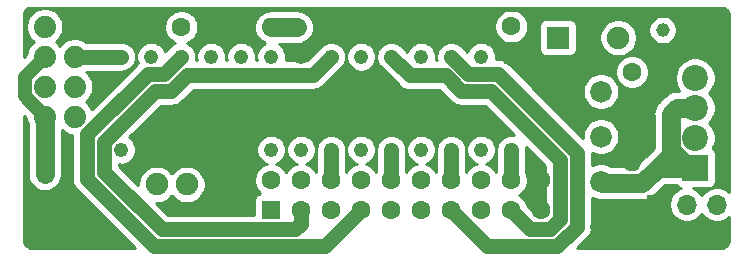
<source format=gbr>
%TF.GenerationSoftware,KiCad,Pcbnew,(5.1.12)-1*%
%TF.CreationDate,2023-01-21T14:52:04-05:00*%
%TF.ProjectId,Irrigation,49727269-6761-4746-996f-6e2e6b696361,rev?*%
%TF.SameCoordinates,Original*%
%TF.FileFunction,Copper,L3,Inr*%
%TF.FilePolarity,Positive*%
%FSLAX46Y46*%
G04 Gerber Fmt 4.6, Leading zero omitted, Abs format (unit mm)*
G04 Created by KiCad (PCBNEW (5.1.12)-1) date 2023-01-21 14:52:04*
%MOMM*%
%LPD*%
G01*
G04 APERTURE LIST*
%TA.AperFunction,ComponentPad*%
%ADD10C,1.150000*%
%TD*%
%TA.AperFunction,ComponentPad*%
%ADD11C,1.605000*%
%TD*%
%TA.AperFunction,ComponentPad*%
%ADD12R,1.605000X1.605000*%
%TD*%
%TA.AperFunction,ComponentPad*%
%ADD13R,1.910000X1.910000*%
%TD*%
%TA.AperFunction,ComponentPad*%
%ADD14C,1.910000*%
%TD*%
%TA.AperFunction,ComponentPad*%
%ADD15C,1.243000*%
%TD*%
%TA.AperFunction,ComponentPad*%
%ADD16R,1.243000X1.243000*%
%TD*%
%TA.AperFunction,ComponentPad*%
%ADD17C,2.200000*%
%TD*%
%TA.AperFunction,ComponentPad*%
%ADD18R,2.200000X2.200000*%
%TD*%
%TA.AperFunction,ComponentPad*%
%ADD19C,1.600000*%
%TD*%
%TA.AperFunction,ComponentPad*%
%ADD20C,1.879600*%
%TD*%
%TA.AperFunction,ComponentPad*%
%ADD21O,1.600000X1.600000*%
%TD*%
%TA.AperFunction,ComponentPad*%
%ADD22O,1.700000X1.700000*%
%TD*%
%TA.AperFunction,ComponentPad*%
%ADD23R,1.700000X1.700000*%
%TD*%
%TA.AperFunction,ComponentPad*%
%ADD24C,1.830000*%
%TD*%
%TA.AperFunction,Conductor*%
%ADD25C,1.600000*%
%TD*%
%TA.AperFunction,Conductor*%
%ADD26C,1.605000*%
%TD*%
%TA.AperFunction,Conductor*%
%ADD27C,1.243000*%
%TD*%
%TA.AperFunction,Conductor*%
%ADD28C,1.150000*%
%TD*%
%TA.AperFunction,Conductor*%
%ADD29C,0.254000*%
%TD*%
%TA.AperFunction,Conductor*%
%ADD30C,0.100000*%
%TD*%
G04 APERTURE END LIST*
D10*
%TO.N,+3V3*%
%TO.C,C3*%
X121015760Y-128015360D03*
%TO.N,GND*%
X121015760Y-133015360D03*
%TD*%
%TO.N,GND*%
%TO.C,C2*%
X178344200Y-115798600D03*
%TO.N,Net-(C2-Pad1)*%
X173344200Y-115798600D03*
%TD*%
D11*
%TO.N,GND*%
%TO.C,J3*%
X163050000Y-128524000D03*
X163050000Y-131064000D03*
%TO.N,D16*%
X160510000Y-128524000D03*
%TO.N,D8*%
X160510000Y-131064000D03*
%TO.N,D15*%
X157970000Y-128524000D03*
%TO.N,D7*%
X157970000Y-131064000D03*
%TO.N,D14*%
X155430000Y-128524000D03*
%TO.N,D6*%
X155430000Y-131064000D03*
%TO.N,D13*%
X152890000Y-128524000D03*
%TO.N,D5*%
X152890000Y-131064000D03*
%TO.N,D12*%
X150350000Y-128524000D03*
%TO.N,D4*%
X150350000Y-131064000D03*
%TO.N,D11*%
X147810000Y-128524000D03*
%TO.N,D3*%
X147810000Y-131064000D03*
%TO.N,D10*%
X145270000Y-128524000D03*
%TO.N,D2*%
X145270000Y-131064000D03*
%TO.N,D9*%
X142730000Y-128524000D03*
%TO.N,D1*%
X142730000Y-131064000D03*
%TO.N,+5V*%
X140190000Y-128524000D03*
D12*
X140190000Y-131064000D03*
%TD*%
D13*
%TO.N,GND*%
%TO.C,U4*%
X135595200Y-128884200D03*
D14*
%TO.N,+3V3*%
X133045200Y-128884200D03*
%TO.N,+5V*%
X130495200Y-128884200D03*
%TD*%
D15*
%TO.N,D16*%
%TO.C,U5*%
X160510000Y-125937000D03*
%TO.N,D15*%
X157970000Y-125937000D03*
%TO.N,D14*%
X155430000Y-125937000D03*
%TO.N,D13*%
X152890000Y-125937000D03*
%TO.N,D12*%
X150350000Y-125937000D03*
%TO.N,D11*%
X147810000Y-125937000D03*
%TO.N,D10*%
X145270000Y-125937000D03*
%TO.N,D9*%
X142730000Y-125937000D03*
%TO.N,N/C*%
X140190000Y-125937000D03*
%TO.N,GND*%
X137650000Y-125937000D03*
X135110000Y-125937000D03*
X132570000Y-125937000D03*
X130030000Y-125937000D03*
%TO.N,GPIO0*%
X127490000Y-125937000D03*
%TO.N,GPIO2*%
X127490000Y-118063000D03*
%TO.N,D4*%
X130030000Y-118063000D03*
%TO.N,D3*%
X132570000Y-118063000D03*
%TO.N,D2*%
X135110000Y-118063000D03*
%TO.N,N/C*%
X137650000Y-118063000D03*
%TO.N,Net-(C4-Pad1)*%
X140190000Y-118063000D03*
%TO.N,GND*%
X142730000Y-118063000D03*
%TO.N,D1*%
X145270000Y-118063000D03*
%TO.N,N/C*%
X147810000Y-118063000D03*
%TO.N,D8*%
X150350000Y-118063000D03*
%TO.N,D7*%
X152890000Y-118063000D03*
%TO.N,D6*%
X155430000Y-118063000D03*
%TO.N,D5*%
X157970000Y-118063000D03*
D16*
%TO.N,GND*%
X160510000Y-118063000D03*
%TD*%
D14*
%TO.N,Net-(C2-Pad1)*%
%TO.C,U1*%
X169570080Y-116448840D03*
%TO.N,GND*%
X167020080Y-116448840D03*
D13*
%TO.N,+24V*%
X164470080Y-116448840D03*
%TD*%
D17*
%TO.N,Net-(BR1-Pad2)*%
%TO.C,J1*%
X176103280Y-119847360D03*
%TO.N,Net-(BR1-Pad3)*%
X176103280Y-122387360D03*
%TO.N,Net-(BR1-Pad2)*%
X176103280Y-124927360D03*
D18*
%TO.N,Net-(BR1-Pad3)*%
X176103280Y-127467360D03*
%TD*%
D19*
%TO.N,GND*%
%TO.C,C1*%
X158028000Y-115506500D03*
%TO.N,+24V*%
X160528000Y-115506500D03*
%TD*%
D20*
%TO.N,N/C*%
%TO.C,U3*%
X123571000Y-123143000D03*
%TO.N,+3V3*%
X121031000Y-123143000D03*
%TO.N,GPIO0*%
X123571000Y-120603000D03*
%TO.N,N/C*%
X121031000Y-120603000D03*
%TO.N,GPIO2*%
X123571000Y-118063000D03*
%TO.N,+3V3*%
X121031000Y-118063000D03*
%TO.N,GND*%
X123571000Y-115523000D03*
%TO.N,N/C*%
X121031000Y-115523000D03*
%TD*%
D21*
%TO.N,Net-(C4-Pad1)*%
%TO.C,R2*%
X140190000Y-115570000D03*
D19*
%TO.N,+5V*%
X132588000Y-115570000D03*
%TD*%
%TO.N,+24V*%
%TO.C,R1*%
X170746420Y-119372380D03*
D21*
%TO.N,GND*%
X170746420Y-126992380D03*
%TD*%
D22*
%TO.N,Net-(C2-Pad1)*%
%TO.C,J2*%
X177919380Y-130581400D03*
%TO.N,N/C*%
X175379380Y-130581400D03*
D23*
%TO.N,GND*%
X172839380Y-130581400D03*
%TD*%
D19*
%TO.N,GND*%
%TO.C,C4*%
X144867000Y-115570000D03*
%TO.N,Net-(C4-Pad1)*%
X142367000Y-115570000D03*
%TD*%
D24*
%TO.N,GND*%
%TO.C,BR1*%
X168116340Y-132443220D03*
%TO.N,Net-(BR1-Pad3)*%
X168116340Y-128633220D03*
%TO.N,Net-(BR1-Pad2)*%
X168116340Y-124823220D03*
%TO.N,+24V*%
X168116340Y-121013220D03*
%TD*%
D25*
%TO.N,Net-(BR1-Pad3)*%
X168275501Y-128792381D02*
X168116340Y-128633220D01*
X171610421Y-128792381D02*
X168275501Y-128792381D01*
X172935442Y-127467360D02*
X171610421Y-128792381D01*
X176103280Y-127467360D02*
X172935442Y-127467360D01*
X174547646Y-122387360D02*
X174003279Y-122931727D01*
X176103280Y-122387360D02*
X174547646Y-122387360D01*
X175535278Y-127467360D02*
X176103280Y-127467360D01*
X174003279Y-125935361D02*
X175535278Y-127467360D01*
X174003279Y-122931727D02*
X174003279Y-125935361D01*
X174003279Y-126399523D02*
X172935442Y-127467360D01*
X174003279Y-125935361D02*
X174003279Y-126399523D01*
D26*
%TO.N,Net-(C4-Pad1)*%
X142367000Y-115570000D02*
X140190000Y-115570000D01*
D27*
%TO.N,D16*%
X160510000Y-125937000D02*
X160510000Y-128524000D01*
%TO.N,D14*%
X155430000Y-125937000D02*
X155430000Y-128524000D01*
%TO.N,D12*%
X150350000Y-125937000D02*
X150350000Y-128524000D01*
%TO.N,D10*%
X145270000Y-125937000D02*
X145270000Y-128524000D01*
%TO.N,D8*%
X154960276Y-119634000D02*
X151921000Y-119634000D01*
X164674001Y-126836725D02*
X158786287Y-120949011D01*
X164674001Y-131843521D02*
X164674001Y-126836725D01*
X151921000Y-119634000D02*
X150350000Y-118063000D01*
X158786287Y-120949011D02*
X156275286Y-120949010D01*
X163829521Y-132688001D02*
X164674001Y-131843521D01*
X162134001Y-132688001D02*
X163829521Y-132688001D01*
X156275286Y-120949010D02*
X154960276Y-119634000D01*
X160510000Y-131064000D02*
X162134001Y-132688001D01*
%TO.N,D6*%
X158497011Y-134131011D02*
X155430000Y-131064000D01*
X164427236Y-134131010D02*
X158497011Y-134131011D01*
X166117011Y-132441235D02*
X164427236Y-134131010D01*
X166117011Y-126239011D02*
X166117011Y-132441235D01*
X159384001Y-119506001D02*
X166117011Y-126239011D01*
X156873001Y-119506001D02*
X159384001Y-119506001D01*
X155430000Y-118063000D02*
X156873001Y-119506001D01*
%TO.N,D3*%
X144742989Y-134131011D02*
X147810000Y-131064000D01*
X130310065Y-134131012D02*
X144742989Y-134131011D01*
X124603988Y-128424935D02*
X130310065Y-134131012D01*
X129744632Y-119506001D02*
X124603988Y-124646645D01*
X131093999Y-119506001D02*
X129744632Y-119506001D01*
X132537000Y-118063000D02*
X131093999Y-119506001D01*
X124603988Y-124646645D02*
X124603988Y-128424935D01*
X132570000Y-118063000D02*
X132537000Y-118063000D01*
%TO.N,D1*%
X142730000Y-132198906D02*
X142730000Y-131064000D01*
X142240905Y-132688001D02*
X142730000Y-132198906D01*
X130907779Y-132688001D02*
X142240905Y-132688001D01*
X126046999Y-127827221D02*
X130907779Y-132688001D01*
X126046999Y-125244359D02*
X126046999Y-127827221D01*
X131750988Y-120949012D02*
X130342346Y-120949012D01*
X133100000Y-119600000D02*
X131750988Y-120949012D01*
X130342346Y-120949012D02*
X126046999Y-125244359D01*
X143733000Y-119600000D02*
X133100000Y-119600000D01*
X145270000Y-118063000D02*
X143733000Y-119600000D01*
D28*
%TO.N,+3V3*%
X119316199Y-119777801D02*
X121031000Y-118063000D01*
X119316199Y-121428199D02*
X119316199Y-119777801D01*
X121031000Y-123143000D02*
X119316199Y-121428199D01*
D25*
X121015760Y-123158240D02*
X121031000Y-123143000D01*
X121015760Y-128015360D02*
X121015760Y-123158240D01*
D27*
%TO.N,GPIO2*%
X123571000Y-118063000D02*
X127490000Y-118063000D01*
%TD*%
D29*
%TO.N,GND*%
X174472743Y-128921854D02*
X174552095Y-129018545D01*
X174648786Y-129097897D01*
X174759100Y-129156862D01*
X174862387Y-129188194D01*
X174675969Y-129265410D01*
X174432748Y-129427925D01*
X174225905Y-129634768D01*
X174063390Y-129877989D01*
X173951448Y-130148242D01*
X173894380Y-130435140D01*
X173894380Y-130727660D01*
X173951448Y-131014558D01*
X174063390Y-131284811D01*
X174225905Y-131528032D01*
X174432748Y-131734875D01*
X174675969Y-131897390D01*
X174946222Y-132009332D01*
X175233120Y-132066400D01*
X175525640Y-132066400D01*
X175812538Y-132009332D01*
X176082791Y-131897390D01*
X176326012Y-131734875D01*
X176532855Y-131528032D01*
X176649380Y-131353640D01*
X176765905Y-131528032D01*
X176972748Y-131734875D01*
X177215969Y-131897390D01*
X177486222Y-132009332D01*
X177773120Y-132066400D01*
X178065640Y-132066400D01*
X178352538Y-132009332D01*
X178622791Y-131897390D01*
X178866012Y-131734875D01*
X178942366Y-131658521D01*
X178942366Y-133572906D01*
X178927294Y-133726623D01*
X178891682Y-133844575D01*
X178833838Y-133953364D01*
X178755962Y-134048849D01*
X178661030Y-134127384D01*
X178552644Y-134185988D01*
X178434943Y-134222423D01*
X178283260Y-134238365D01*
X166096840Y-134238365D01*
X166961852Y-133373354D01*
X167009789Y-133334013D01*
X167049129Y-133286077D01*
X167049134Y-133286072D01*
X167166807Y-133142687D01*
X167283482Y-132924403D01*
X167290776Y-132900357D01*
X167355330Y-132687552D01*
X167373511Y-132502956D01*
X167373511Y-132502946D01*
X167379589Y-132441235D01*
X167373511Y-132379524D01*
X167373511Y-130001046D01*
X167382140Y-130006812D01*
X167664222Y-130123655D01*
X167828271Y-130156286D01*
X167994193Y-130206618D01*
X168275501Y-130234324D01*
X168345996Y-130227381D01*
X171539929Y-130227381D01*
X171610421Y-130234324D01*
X171680913Y-130227381D01*
X171891730Y-130206617D01*
X172162229Y-130124563D01*
X172411522Y-129991313D01*
X172630029Y-129811989D01*
X172674975Y-129757222D01*
X173529838Y-128902360D01*
X174462323Y-128902360D01*
X174472743Y-128921854D01*
%TA.AperFunction,Conductor*%
D30*
G36*
X174472743Y-128921854D02*
G01*
X174552095Y-129018545D01*
X174648786Y-129097897D01*
X174759100Y-129156862D01*
X174862387Y-129188194D01*
X174675969Y-129265410D01*
X174432748Y-129427925D01*
X174225905Y-129634768D01*
X174063390Y-129877989D01*
X173951448Y-130148242D01*
X173894380Y-130435140D01*
X173894380Y-130727660D01*
X173951448Y-131014558D01*
X174063390Y-131284811D01*
X174225905Y-131528032D01*
X174432748Y-131734875D01*
X174675969Y-131897390D01*
X174946222Y-132009332D01*
X175233120Y-132066400D01*
X175525640Y-132066400D01*
X175812538Y-132009332D01*
X176082791Y-131897390D01*
X176326012Y-131734875D01*
X176532855Y-131528032D01*
X176649380Y-131353640D01*
X176765905Y-131528032D01*
X176972748Y-131734875D01*
X177215969Y-131897390D01*
X177486222Y-132009332D01*
X177773120Y-132066400D01*
X178065640Y-132066400D01*
X178352538Y-132009332D01*
X178622791Y-131897390D01*
X178866012Y-131734875D01*
X178942366Y-131658521D01*
X178942366Y-133572906D01*
X178927294Y-133726623D01*
X178891682Y-133844575D01*
X178833838Y-133953364D01*
X178755962Y-134048849D01*
X178661030Y-134127384D01*
X178552644Y-134185988D01*
X178434943Y-134222423D01*
X178283260Y-134238365D01*
X166096840Y-134238365D01*
X166961852Y-133373354D01*
X167009789Y-133334013D01*
X167049129Y-133286077D01*
X167049134Y-133286072D01*
X167166807Y-133142687D01*
X167283482Y-132924403D01*
X167290776Y-132900357D01*
X167355330Y-132687552D01*
X167373511Y-132502956D01*
X167373511Y-132502946D01*
X167379589Y-132441235D01*
X167373511Y-132379524D01*
X167373511Y-130001046D01*
X167382140Y-130006812D01*
X167664222Y-130123655D01*
X167828271Y-130156286D01*
X167994193Y-130206618D01*
X168275501Y-130234324D01*
X168345996Y-130227381D01*
X171539929Y-130227381D01*
X171610421Y-130234324D01*
X171680913Y-130227381D01*
X171891730Y-130206617D01*
X172162229Y-130124563D01*
X172411522Y-129991313D01*
X172630029Y-129811989D01*
X172674975Y-129757222D01*
X173529838Y-128902360D01*
X174462323Y-128902360D01*
X174472743Y-128921854D01*
G37*
%TD.AperFunction*%
D29*
X119456200Y-123279398D02*
X119456200Y-123298104D01*
X119516718Y-123602352D01*
X119580761Y-123756965D01*
X119580760Y-128085851D01*
X119601524Y-128296668D01*
X119683578Y-128567167D01*
X119816828Y-128816460D01*
X119996152Y-129034967D01*
X120214659Y-129214292D01*
X120463952Y-129347542D01*
X120734451Y-129429596D01*
X121015760Y-129457303D01*
X121297068Y-129429596D01*
X121567567Y-129347542D01*
X121816860Y-129214292D01*
X122035367Y-129034968D01*
X122214692Y-128816461D01*
X122347942Y-128567168D01*
X122429996Y-128296669D01*
X122450760Y-128085852D01*
X122450760Y-124249864D01*
X122567123Y-124366227D01*
X122825052Y-124538570D01*
X123111648Y-124657282D01*
X123347070Y-124704110D01*
X123347488Y-124708357D01*
X123347489Y-128363214D01*
X123341410Y-128424935D01*
X123365670Y-128671252D01*
X123437518Y-128908103D01*
X123554192Y-129126386D01*
X123671865Y-129269771D01*
X123671871Y-129269777D01*
X123711211Y-129317713D01*
X123759147Y-129357053D01*
X128640459Y-134238365D01*
X119919084Y-134238365D01*
X119765377Y-134223294D01*
X119647425Y-134187682D01*
X119538636Y-134129838D01*
X119443151Y-134051962D01*
X119364616Y-133957030D01*
X119306012Y-133848644D01*
X119269577Y-133730943D01*
X119253635Y-133579260D01*
X119253635Y-123076832D01*
X119456200Y-123279398D01*
%TA.AperFunction,Conductor*%
D30*
G36*
X119456200Y-123279398D02*
G01*
X119456200Y-123298104D01*
X119516718Y-123602352D01*
X119580761Y-123756965D01*
X119580760Y-128085851D01*
X119601524Y-128296668D01*
X119683578Y-128567167D01*
X119816828Y-128816460D01*
X119996152Y-129034967D01*
X120214659Y-129214292D01*
X120463952Y-129347542D01*
X120734451Y-129429596D01*
X121015760Y-129457303D01*
X121297068Y-129429596D01*
X121567567Y-129347542D01*
X121816860Y-129214292D01*
X122035367Y-129034968D01*
X122214692Y-128816461D01*
X122347942Y-128567168D01*
X122429996Y-128296669D01*
X122450760Y-128085852D01*
X122450760Y-124249864D01*
X122567123Y-124366227D01*
X122825052Y-124538570D01*
X123111648Y-124657282D01*
X123347070Y-124704110D01*
X123347488Y-124708357D01*
X123347489Y-128363214D01*
X123341410Y-128424935D01*
X123365670Y-128671252D01*
X123437518Y-128908103D01*
X123554192Y-129126386D01*
X123671865Y-129269771D01*
X123671871Y-129269777D01*
X123711211Y-129317713D01*
X123759147Y-129357053D01*
X128640459Y-134238365D01*
X119919084Y-134238365D01*
X119765377Y-134223294D01*
X119647425Y-134187682D01*
X119538636Y-134129838D01*
X119443151Y-134051962D01*
X119364616Y-133957030D01*
X119306012Y-133848644D01*
X119269577Y-133730943D01*
X119253635Y-133579260D01*
X119253635Y-123076832D01*
X119456200Y-123279398D01*
G37*
%TD.AperFunction*%
D29*
X178430623Y-113934706D02*
X178548574Y-113970318D01*
X178657366Y-114028163D01*
X178752848Y-114106037D01*
X178831386Y-114200973D01*
X178889987Y-114309354D01*
X178926423Y-114427057D01*
X178942365Y-114578740D01*
X178942366Y-129504279D01*
X178866012Y-129427925D01*
X178622791Y-129265410D01*
X178352538Y-129153468D01*
X178065640Y-129096400D01*
X177773120Y-129096400D01*
X177486222Y-129153468D01*
X177215969Y-129265410D01*
X176972748Y-129427925D01*
X176765905Y-129634768D01*
X176649380Y-129809160D01*
X176532855Y-129634768D01*
X176326012Y-129427925D01*
X176082791Y-129265410D01*
X175937991Y-129205432D01*
X177203280Y-129205432D01*
X177327762Y-129193172D01*
X177447460Y-129156862D01*
X177557774Y-129097897D01*
X177654465Y-129018545D01*
X177733817Y-128921854D01*
X177792782Y-128811540D01*
X177829092Y-128691842D01*
X177841352Y-128567360D01*
X177841352Y-126367360D01*
X177829092Y-126242878D01*
X177792782Y-126123180D01*
X177733817Y-126012866D01*
X177654465Y-125916175D01*
X177573590Y-125849803D01*
X177640817Y-125749191D01*
X177771605Y-125433441D01*
X177838280Y-125098243D01*
X177838280Y-124756477D01*
X177771605Y-124421279D01*
X177640817Y-124105529D01*
X177450943Y-123821362D01*
X177286941Y-123657360D01*
X177450943Y-123493358D01*
X177640817Y-123209191D01*
X177771605Y-122893441D01*
X177838280Y-122558243D01*
X177838280Y-122216477D01*
X177771605Y-121881279D01*
X177640817Y-121565529D01*
X177450943Y-121281362D01*
X177286941Y-121117360D01*
X177450943Y-120953358D01*
X177640817Y-120669191D01*
X177771605Y-120353441D01*
X177838280Y-120018243D01*
X177838280Y-119676477D01*
X177771605Y-119341279D01*
X177640817Y-119025529D01*
X177450943Y-118741362D01*
X177209278Y-118499697D01*
X176925111Y-118309823D01*
X176609361Y-118179035D01*
X176274163Y-118112360D01*
X175932397Y-118112360D01*
X175597199Y-118179035D01*
X175281449Y-118309823D01*
X174997282Y-118499697D01*
X174755617Y-118741362D01*
X174565743Y-119025529D01*
X174434955Y-119341279D01*
X174368280Y-119676477D01*
X174368280Y-120018243D01*
X174434955Y-120353441D01*
X174565743Y-120669191D01*
X174754950Y-120952360D01*
X174618137Y-120952360D01*
X174547645Y-120945417D01*
X174266336Y-120973124D01*
X174215266Y-120988616D01*
X173995838Y-121055178D01*
X173746545Y-121188428D01*
X173528038Y-121367752D01*
X173483091Y-121422520D01*
X173038434Y-121867177D01*
X172983671Y-121912120D01*
X172804347Y-122130627D01*
X172698085Y-122329429D01*
X172671097Y-122379920D01*
X172589043Y-122650419D01*
X172561336Y-122931727D01*
X172568279Y-123002219D01*
X172568280Y-125805126D01*
X171970601Y-126402806D01*
X171915834Y-126447752D01*
X171870892Y-126502514D01*
X171016026Y-127357381D01*
X168996839Y-127357381D01*
X168850540Y-127259628D01*
X168568458Y-127142785D01*
X168269002Y-127083220D01*
X167963678Y-127083220D01*
X167664222Y-127142785D01*
X167382140Y-127259628D01*
X167373511Y-127265394D01*
X167373511Y-126300721D01*
X167379589Y-126239010D01*
X167374960Y-126192015D01*
X167382140Y-126196812D01*
X167664222Y-126313655D01*
X167963678Y-126373220D01*
X168269002Y-126373220D01*
X168568458Y-126313655D01*
X168850540Y-126196812D01*
X169104408Y-126027184D01*
X169320304Y-125811288D01*
X169489932Y-125557420D01*
X169606775Y-125275338D01*
X169666340Y-124975882D01*
X169666340Y-124670558D01*
X169606775Y-124371102D01*
X169489932Y-124089020D01*
X169320304Y-123835152D01*
X169104408Y-123619256D01*
X168850540Y-123449628D01*
X168568458Y-123332785D01*
X168269002Y-123273220D01*
X167963678Y-123273220D01*
X167664222Y-123332785D01*
X167382140Y-123449628D01*
X167128272Y-123619256D01*
X166912376Y-123835152D01*
X166742748Y-124089020D01*
X166625905Y-124371102D01*
X166566340Y-124670558D01*
X166566340Y-124911381D01*
X162515517Y-120860558D01*
X166566340Y-120860558D01*
X166566340Y-121165882D01*
X166625905Y-121465338D01*
X166742748Y-121747420D01*
X166912376Y-122001288D01*
X167128272Y-122217184D01*
X167382140Y-122386812D01*
X167664222Y-122503655D01*
X167963678Y-122563220D01*
X168269002Y-122563220D01*
X168568458Y-122503655D01*
X168850540Y-122386812D01*
X169104408Y-122217184D01*
X169320304Y-122001288D01*
X169489932Y-121747420D01*
X169606775Y-121465338D01*
X169666340Y-121165882D01*
X169666340Y-120860558D01*
X169606775Y-120561102D01*
X169489932Y-120279020D01*
X169320304Y-120025152D01*
X169104408Y-119809256D01*
X168850540Y-119639628D01*
X168568458Y-119522785D01*
X168269002Y-119463220D01*
X167963678Y-119463220D01*
X167664222Y-119522785D01*
X167382140Y-119639628D01*
X167128272Y-119809256D01*
X166912376Y-120025152D01*
X166742748Y-120279020D01*
X166625905Y-120561102D01*
X166566340Y-120860558D01*
X162515517Y-120860558D01*
X160886004Y-119231045D01*
X169311420Y-119231045D01*
X169311420Y-119513715D01*
X169366567Y-119790954D01*
X169474740Y-120052107D01*
X169631783Y-120287139D01*
X169831661Y-120487017D01*
X170066693Y-120644060D01*
X170327846Y-120752233D01*
X170605085Y-120807380D01*
X170887755Y-120807380D01*
X171164994Y-120752233D01*
X171426147Y-120644060D01*
X171661179Y-120487017D01*
X171861057Y-120287139D01*
X172018100Y-120052107D01*
X172126273Y-119790954D01*
X172181420Y-119513715D01*
X172181420Y-119231045D01*
X172126273Y-118953806D01*
X172018100Y-118692653D01*
X171861057Y-118457621D01*
X171661179Y-118257743D01*
X171426147Y-118100700D01*
X171164994Y-117992527D01*
X170887755Y-117937380D01*
X170605085Y-117937380D01*
X170327846Y-117992527D01*
X170066693Y-118100700D01*
X169831661Y-118257743D01*
X169631783Y-118457621D01*
X169474740Y-118692653D01*
X169366567Y-118953806D01*
X169311420Y-119231045D01*
X160886004Y-119231045D01*
X160316123Y-118661164D01*
X160276779Y-118613223D01*
X160085452Y-118456205D01*
X159867169Y-118339530D01*
X159630318Y-118267682D01*
X159445722Y-118249501D01*
X159445712Y-118249501D01*
X159384001Y-118243423D01*
X159322290Y-118249501D01*
X159214019Y-118249501D01*
X159226500Y-118186754D01*
X159226500Y-117939246D01*
X159178214Y-117696492D01*
X159083496Y-117467824D01*
X158945988Y-117262028D01*
X158770972Y-117087012D01*
X158565176Y-116949504D01*
X158336508Y-116854786D01*
X158093754Y-116806500D01*
X157846246Y-116806500D01*
X157603492Y-116854786D01*
X157374824Y-116949504D01*
X157169028Y-117087012D01*
X156994012Y-117262028D01*
X156856504Y-117467824D01*
X156784827Y-117640867D01*
X156405990Y-117262031D01*
X156405988Y-117262028D01*
X156230972Y-117087012D01*
X156179388Y-117052544D01*
X156131451Y-117013204D01*
X156076760Y-116983971D01*
X156025176Y-116949504D01*
X155967856Y-116925761D01*
X155913168Y-116896530D01*
X155853833Y-116878531D01*
X155796508Y-116854786D01*
X155735653Y-116842681D01*
X155676317Y-116824682D01*
X155614606Y-116818604D01*
X155553754Y-116806500D01*
X155491711Y-116806500D01*
X155430000Y-116800422D01*
X155368289Y-116806500D01*
X155306246Y-116806500D01*
X155245394Y-116818604D01*
X155183683Y-116824682D01*
X155124347Y-116842681D01*
X155063492Y-116854786D01*
X155006167Y-116878531D01*
X154946832Y-116896530D01*
X154892144Y-116925761D01*
X154834824Y-116949504D01*
X154783240Y-116983971D01*
X154728549Y-117013204D01*
X154680613Y-117052544D01*
X154629028Y-117087012D01*
X154585158Y-117130882D01*
X154537222Y-117170222D01*
X154497882Y-117218158D01*
X154454012Y-117262028D01*
X154419544Y-117313613D01*
X154380204Y-117361549D01*
X154350971Y-117416240D01*
X154316504Y-117467824D01*
X154292761Y-117525144D01*
X154263530Y-117579832D01*
X154245531Y-117639167D01*
X154221786Y-117696492D01*
X154209681Y-117757347D01*
X154191682Y-117816683D01*
X154185604Y-117878394D01*
X154173500Y-117939246D01*
X154173500Y-118001289D01*
X154167422Y-118063000D01*
X154173500Y-118124711D01*
X154173500Y-118186754D01*
X154185604Y-118247606D01*
X154191682Y-118309317D01*
X154209681Y-118368653D01*
X154211441Y-118377500D01*
X154108559Y-118377500D01*
X154146500Y-118186754D01*
X154146500Y-117939246D01*
X154098214Y-117696492D01*
X154003496Y-117467824D01*
X153865988Y-117262028D01*
X153690972Y-117087012D01*
X153485176Y-116949504D01*
X153256508Y-116854786D01*
X153013754Y-116806500D01*
X152766246Y-116806500D01*
X152523492Y-116854786D01*
X152294824Y-116949504D01*
X152089028Y-117087012D01*
X151914012Y-117262028D01*
X151776504Y-117467824D01*
X151704827Y-117640868D01*
X151325990Y-117262031D01*
X151325988Y-117262028D01*
X151150972Y-117087012D01*
X151099388Y-117052544D01*
X151051451Y-117013204D01*
X150996760Y-116983971D01*
X150945176Y-116949504D01*
X150887856Y-116925761D01*
X150833168Y-116896530D01*
X150773833Y-116878531D01*
X150716508Y-116854786D01*
X150655653Y-116842681D01*
X150596317Y-116824682D01*
X150534606Y-116818604D01*
X150473754Y-116806500D01*
X150411711Y-116806500D01*
X150350000Y-116800422D01*
X150288289Y-116806500D01*
X150226246Y-116806500D01*
X150165394Y-116818604D01*
X150103683Y-116824682D01*
X150044347Y-116842681D01*
X149983492Y-116854786D01*
X149926167Y-116878531D01*
X149866832Y-116896530D01*
X149812144Y-116925761D01*
X149754824Y-116949504D01*
X149703240Y-116983971D01*
X149648549Y-117013204D01*
X149600613Y-117052544D01*
X149549028Y-117087012D01*
X149505158Y-117130882D01*
X149457222Y-117170222D01*
X149417882Y-117218158D01*
X149374012Y-117262028D01*
X149339544Y-117313613D01*
X149300204Y-117361549D01*
X149270971Y-117416240D01*
X149236504Y-117467824D01*
X149212761Y-117525144D01*
X149183530Y-117579832D01*
X149165531Y-117639167D01*
X149141786Y-117696492D01*
X149129681Y-117757347D01*
X149111682Y-117816683D01*
X149105604Y-117878394D01*
X149093500Y-117939246D01*
X149093500Y-118001289D01*
X149087422Y-118063000D01*
X149093500Y-118124711D01*
X149093500Y-118186754D01*
X149105604Y-118247606D01*
X149111682Y-118309317D01*
X149129681Y-118368653D01*
X149141786Y-118429508D01*
X149165531Y-118486833D01*
X149183530Y-118546168D01*
X149212761Y-118600856D01*
X149236504Y-118658176D01*
X149270971Y-118709760D01*
X149300204Y-118764451D01*
X149339544Y-118812388D01*
X149374012Y-118863972D01*
X149549028Y-119038988D01*
X149549031Y-119038990D01*
X150988877Y-120478836D01*
X151028222Y-120526778D01*
X151219549Y-120683796D01*
X151437832Y-120800471D01*
X151674683Y-120872319D01*
X151859279Y-120890500D01*
X151859281Y-120890500D01*
X151921000Y-120896579D01*
X151982719Y-120890500D01*
X154439817Y-120890500D01*
X155343172Y-121793856D01*
X155382508Y-121841787D01*
X155430439Y-121881123D01*
X155430449Y-121881133D01*
X155573834Y-121998806D01*
X155792117Y-122115480D01*
X156028968Y-122187328D01*
X156275286Y-122211588D01*
X156337006Y-122205509D01*
X158265827Y-122205511D01*
X160760165Y-124699849D01*
X160756316Y-124698681D01*
X160694597Y-124692602D01*
X160633754Y-124680500D01*
X160571721Y-124680500D01*
X160510000Y-124674421D01*
X160448279Y-124680500D01*
X160386246Y-124680500D01*
X160325404Y-124692602D01*
X160263683Y-124698681D01*
X160204337Y-124716683D01*
X160143492Y-124728786D01*
X160086176Y-124752527D01*
X160026832Y-124770529D01*
X159972138Y-124799764D01*
X159914824Y-124823504D01*
X159863242Y-124857970D01*
X159808549Y-124887204D01*
X159760613Y-124926544D01*
X159709028Y-124961012D01*
X159665158Y-125004882D01*
X159617222Y-125044222D01*
X159577883Y-125092157D01*
X159534012Y-125136028D01*
X159499542Y-125187617D01*
X159460204Y-125235550D01*
X159430973Y-125290238D01*
X159396504Y-125341824D01*
X159372762Y-125399143D01*
X159343529Y-125453833D01*
X159325528Y-125513174D01*
X159301786Y-125570492D01*
X159289683Y-125631340D01*
X159271681Y-125690684D01*
X159265602Y-125752403D01*
X159253500Y-125813246D01*
X159253500Y-125875280D01*
X159253501Y-127817053D01*
X159240000Y-127837258D01*
X159086579Y-127607647D01*
X158886353Y-127407421D01*
X158650911Y-127250104D01*
X158389303Y-127141743D01*
X158359297Y-127135774D01*
X158565176Y-127050496D01*
X158770972Y-126912988D01*
X158945988Y-126737972D01*
X159083496Y-126532176D01*
X159178214Y-126303508D01*
X159226500Y-126060754D01*
X159226500Y-125813246D01*
X159178214Y-125570492D01*
X159083496Y-125341824D01*
X158945988Y-125136028D01*
X158770972Y-124961012D01*
X158565176Y-124823504D01*
X158336508Y-124728786D01*
X158093754Y-124680500D01*
X157846246Y-124680500D01*
X157603492Y-124728786D01*
X157374824Y-124823504D01*
X157169028Y-124961012D01*
X156994012Y-125136028D01*
X156856504Y-125341824D01*
X156761786Y-125570492D01*
X156713500Y-125813246D01*
X156713500Y-126060754D01*
X156761786Y-126303508D01*
X156856504Y-126532176D01*
X156994012Y-126737972D01*
X157169028Y-126912988D01*
X157374824Y-127050496D01*
X157580703Y-127135774D01*
X157550697Y-127141743D01*
X157289089Y-127250104D01*
X157053647Y-127407421D01*
X156853421Y-127607647D01*
X156700000Y-127837258D01*
X156686500Y-127817054D01*
X156686500Y-125813246D01*
X156674398Y-125752404D01*
X156668319Y-125690683D01*
X156650317Y-125631337D01*
X156638214Y-125570492D01*
X156614473Y-125513176D01*
X156596471Y-125453832D01*
X156567236Y-125399138D01*
X156543496Y-125341824D01*
X156509030Y-125290242D01*
X156479796Y-125235549D01*
X156440456Y-125187613D01*
X156405988Y-125136028D01*
X156362118Y-125092158D01*
X156322778Y-125044222D01*
X156274843Y-125004883D01*
X156230972Y-124961012D01*
X156179383Y-124926542D01*
X156131450Y-124887204D01*
X156076762Y-124857973D01*
X156025176Y-124823504D01*
X155967857Y-124799762D01*
X155913167Y-124770529D01*
X155853826Y-124752528D01*
X155796508Y-124728786D01*
X155735660Y-124716683D01*
X155676316Y-124698681D01*
X155614597Y-124692602D01*
X155553754Y-124680500D01*
X155491721Y-124680500D01*
X155430000Y-124674421D01*
X155368279Y-124680500D01*
X155306246Y-124680500D01*
X155245404Y-124692602D01*
X155183683Y-124698681D01*
X155124337Y-124716683D01*
X155063492Y-124728786D01*
X155006176Y-124752527D01*
X154946832Y-124770529D01*
X154892138Y-124799764D01*
X154834824Y-124823504D01*
X154783242Y-124857970D01*
X154728549Y-124887204D01*
X154680613Y-124926544D01*
X154629028Y-124961012D01*
X154585158Y-125004882D01*
X154537222Y-125044222D01*
X154497883Y-125092157D01*
X154454012Y-125136028D01*
X154419542Y-125187617D01*
X154380204Y-125235550D01*
X154350973Y-125290238D01*
X154316504Y-125341824D01*
X154292762Y-125399143D01*
X154263529Y-125453833D01*
X154245528Y-125513174D01*
X154221786Y-125570492D01*
X154209683Y-125631340D01*
X154191681Y-125690684D01*
X154185602Y-125752403D01*
X154173500Y-125813246D01*
X154173500Y-125875280D01*
X154173501Y-127817053D01*
X154160000Y-127837258D01*
X154006579Y-127607647D01*
X153806353Y-127407421D01*
X153570911Y-127250104D01*
X153309303Y-127141743D01*
X153279297Y-127135774D01*
X153485176Y-127050496D01*
X153690972Y-126912988D01*
X153865988Y-126737972D01*
X154003496Y-126532176D01*
X154098214Y-126303508D01*
X154146500Y-126060754D01*
X154146500Y-125813246D01*
X154098214Y-125570492D01*
X154003496Y-125341824D01*
X153865988Y-125136028D01*
X153690972Y-124961012D01*
X153485176Y-124823504D01*
X153256508Y-124728786D01*
X153013754Y-124680500D01*
X152766246Y-124680500D01*
X152523492Y-124728786D01*
X152294824Y-124823504D01*
X152089028Y-124961012D01*
X151914012Y-125136028D01*
X151776504Y-125341824D01*
X151681786Y-125570492D01*
X151633500Y-125813246D01*
X151633500Y-126060754D01*
X151681786Y-126303508D01*
X151776504Y-126532176D01*
X151914012Y-126737972D01*
X152089028Y-126912988D01*
X152294824Y-127050496D01*
X152500703Y-127135774D01*
X152470697Y-127141743D01*
X152209089Y-127250104D01*
X151973647Y-127407421D01*
X151773421Y-127607647D01*
X151620000Y-127837258D01*
X151606500Y-127817054D01*
X151606500Y-125813246D01*
X151594398Y-125752404D01*
X151588319Y-125690683D01*
X151570317Y-125631337D01*
X151558214Y-125570492D01*
X151534473Y-125513176D01*
X151516471Y-125453832D01*
X151487236Y-125399138D01*
X151463496Y-125341824D01*
X151429030Y-125290242D01*
X151399796Y-125235549D01*
X151360456Y-125187613D01*
X151325988Y-125136028D01*
X151282118Y-125092158D01*
X151242778Y-125044222D01*
X151194843Y-125004883D01*
X151150972Y-124961012D01*
X151099383Y-124926542D01*
X151051450Y-124887204D01*
X150996762Y-124857973D01*
X150945176Y-124823504D01*
X150887857Y-124799762D01*
X150833167Y-124770529D01*
X150773826Y-124752528D01*
X150716508Y-124728786D01*
X150655660Y-124716683D01*
X150596316Y-124698681D01*
X150534597Y-124692602D01*
X150473754Y-124680500D01*
X150411721Y-124680500D01*
X150350000Y-124674421D01*
X150288279Y-124680500D01*
X150226246Y-124680500D01*
X150165404Y-124692602D01*
X150103683Y-124698681D01*
X150044337Y-124716683D01*
X149983492Y-124728786D01*
X149926176Y-124752527D01*
X149866832Y-124770529D01*
X149812138Y-124799764D01*
X149754824Y-124823504D01*
X149703242Y-124857970D01*
X149648549Y-124887204D01*
X149600613Y-124926544D01*
X149549028Y-124961012D01*
X149505158Y-125004882D01*
X149457222Y-125044222D01*
X149417883Y-125092157D01*
X149374012Y-125136028D01*
X149339542Y-125187617D01*
X149300204Y-125235550D01*
X149270973Y-125290238D01*
X149236504Y-125341824D01*
X149212762Y-125399143D01*
X149183529Y-125453833D01*
X149165528Y-125513174D01*
X149141786Y-125570492D01*
X149129683Y-125631340D01*
X149111681Y-125690684D01*
X149105602Y-125752403D01*
X149093500Y-125813246D01*
X149093500Y-125875280D01*
X149093501Y-127817053D01*
X149080000Y-127837258D01*
X148926579Y-127607647D01*
X148726353Y-127407421D01*
X148490911Y-127250104D01*
X148229303Y-127141743D01*
X148199297Y-127135774D01*
X148405176Y-127050496D01*
X148610972Y-126912988D01*
X148785988Y-126737972D01*
X148923496Y-126532176D01*
X149018214Y-126303508D01*
X149066500Y-126060754D01*
X149066500Y-125813246D01*
X149018214Y-125570492D01*
X148923496Y-125341824D01*
X148785988Y-125136028D01*
X148610972Y-124961012D01*
X148405176Y-124823504D01*
X148176508Y-124728786D01*
X147933754Y-124680500D01*
X147686246Y-124680500D01*
X147443492Y-124728786D01*
X147214824Y-124823504D01*
X147009028Y-124961012D01*
X146834012Y-125136028D01*
X146696504Y-125341824D01*
X146601786Y-125570492D01*
X146553500Y-125813246D01*
X146553500Y-126060754D01*
X146601786Y-126303508D01*
X146696504Y-126532176D01*
X146834012Y-126737972D01*
X147009028Y-126912988D01*
X147214824Y-127050496D01*
X147420703Y-127135774D01*
X147390697Y-127141743D01*
X147129089Y-127250104D01*
X146893647Y-127407421D01*
X146693421Y-127607647D01*
X146540000Y-127837258D01*
X146526500Y-127817054D01*
X146526500Y-125813246D01*
X146514398Y-125752404D01*
X146508319Y-125690683D01*
X146490317Y-125631337D01*
X146478214Y-125570492D01*
X146454473Y-125513176D01*
X146436471Y-125453832D01*
X146407236Y-125399138D01*
X146383496Y-125341824D01*
X146349030Y-125290242D01*
X146319796Y-125235549D01*
X146280456Y-125187613D01*
X146245988Y-125136028D01*
X146202118Y-125092158D01*
X146162778Y-125044222D01*
X146114843Y-125004883D01*
X146070972Y-124961012D01*
X146019383Y-124926542D01*
X145971450Y-124887204D01*
X145916762Y-124857973D01*
X145865176Y-124823504D01*
X145807857Y-124799762D01*
X145753167Y-124770529D01*
X145693826Y-124752528D01*
X145636508Y-124728786D01*
X145575660Y-124716683D01*
X145516316Y-124698681D01*
X145454597Y-124692602D01*
X145393754Y-124680500D01*
X145331721Y-124680500D01*
X145270000Y-124674421D01*
X145208279Y-124680500D01*
X145146246Y-124680500D01*
X145085404Y-124692602D01*
X145023683Y-124698681D01*
X144964337Y-124716683D01*
X144903492Y-124728786D01*
X144846176Y-124752527D01*
X144786832Y-124770529D01*
X144732138Y-124799764D01*
X144674824Y-124823504D01*
X144623242Y-124857970D01*
X144568549Y-124887204D01*
X144520613Y-124926544D01*
X144469028Y-124961012D01*
X144425158Y-125004882D01*
X144377222Y-125044222D01*
X144337883Y-125092157D01*
X144294012Y-125136028D01*
X144259542Y-125187617D01*
X144220204Y-125235550D01*
X144190973Y-125290238D01*
X144156504Y-125341824D01*
X144132762Y-125399143D01*
X144103529Y-125453833D01*
X144085528Y-125513174D01*
X144061786Y-125570492D01*
X144049683Y-125631340D01*
X144031681Y-125690684D01*
X144025602Y-125752403D01*
X144013500Y-125813246D01*
X144013500Y-125875280D01*
X144013501Y-127817053D01*
X144000000Y-127837258D01*
X143846579Y-127607647D01*
X143646353Y-127407421D01*
X143410911Y-127250104D01*
X143149303Y-127141743D01*
X143119297Y-127135774D01*
X143325176Y-127050496D01*
X143530972Y-126912988D01*
X143705988Y-126737972D01*
X143843496Y-126532176D01*
X143938214Y-126303508D01*
X143986500Y-126060754D01*
X143986500Y-125813246D01*
X143938214Y-125570492D01*
X143843496Y-125341824D01*
X143705988Y-125136028D01*
X143530972Y-124961012D01*
X143325176Y-124823504D01*
X143096508Y-124728786D01*
X142853754Y-124680500D01*
X142606246Y-124680500D01*
X142363492Y-124728786D01*
X142134824Y-124823504D01*
X141929028Y-124961012D01*
X141754012Y-125136028D01*
X141616504Y-125341824D01*
X141521786Y-125570492D01*
X141473500Y-125813246D01*
X141473500Y-126060754D01*
X141521786Y-126303508D01*
X141616504Y-126532176D01*
X141754012Y-126737972D01*
X141929028Y-126912988D01*
X142134824Y-127050496D01*
X142340703Y-127135774D01*
X142310697Y-127141743D01*
X142049089Y-127250104D01*
X141813647Y-127407421D01*
X141613421Y-127607647D01*
X141460000Y-127837258D01*
X141306579Y-127607647D01*
X141106353Y-127407421D01*
X140870911Y-127250104D01*
X140609303Y-127141743D01*
X140579297Y-127135774D01*
X140785176Y-127050496D01*
X140990972Y-126912988D01*
X141165988Y-126737972D01*
X141303496Y-126532176D01*
X141398214Y-126303508D01*
X141446500Y-126060754D01*
X141446500Y-125813246D01*
X141398214Y-125570492D01*
X141303496Y-125341824D01*
X141165988Y-125136028D01*
X140990972Y-124961012D01*
X140785176Y-124823504D01*
X140556508Y-124728786D01*
X140313754Y-124680500D01*
X140066246Y-124680500D01*
X139823492Y-124728786D01*
X139594824Y-124823504D01*
X139389028Y-124961012D01*
X139214012Y-125136028D01*
X139076504Y-125341824D01*
X138981786Y-125570492D01*
X138933500Y-125813246D01*
X138933500Y-126060754D01*
X138981786Y-126303508D01*
X139076504Y-126532176D01*
X139214012Y-126737972D01*
X139389028Y-126912988D01*
X139594824Y-127050496D01*
X139800703Y-127135774D01*
X139770697Y-127141743D01*
X139509089Y-127250104D01*
X139273647Y-127407421D01*
X139073421Y-127607647D01*
X138916104Y-127843089D01*
X138807743Y-128104697D01*
X138752500Y-128382419D01*
X138752500Y-128665581D01*
X138807743Y-128943303D01*
X138916104Y-129204911D01*
X139073421Y-129440353D01*
X139268242Y-129635174D01*
X139263018Y-129635688D01*
X139143320Y-129671998D01*
X139033006Y-129730963D01*
X138936315Y-129810315D01*
X138856963Y-129907006D01*
X138797998Y-130017320D01*
X138761688Y-130137018D01*
X138749428Y-130261500D01*
X138749428Y-131431501D01*
X131428239Y-131431501D01*
X130470938Y-130474200D01*
X130651801Y-130474200D01*
X130958986Y-130413097D01*
X131248347Y-130293239D01*
X131508766Y-130119233D01*
X131730233Y-129897766D01*
X131770200Y-129837951D01*
X131810167Y-129897766D01*
X132031634Y-130119233D01*
X132292053Y-130293239D01*
X132581414Y-130413097D01*
X132888599Y-130474200D01*
X133201801Y-130474200D01*
X133508986Y-130413097D01*
X133798347Y-130293239D01*
X134058766Y-130119233D01*
X134280233Y-129897766D01*
X134454239Y-129637347D01*
X134574097Y-129347986D01*
X134635200Y-129040801D01*
X134635200Y-128727599D01*
X134574097Y-128420414D01*
X134454239Y-128131053D01*
X134280233Y-127870634D01*
X134058766Y-127649167D01*
X133798347Y-127475161D01*
X133508986Y-127355303D01*
X133201801Y-127294200D01*
X132888599Y-127294200D01*
X132581414Y-127355303D01*
X132292053Y-127475161D01*
X132031634Y-127649167D01*
X131810167Y-127870634D01*
X131770200Y-127930449D01*
X131730233Y-127870634D01*
X131508766Y-127649167D01*
X131248347Y-127475161D01*
X130958986Y-127355303D01*
X130651801Y-127294200D01*
X130338599Y-127294200D01*
X130031414Y-127355303D01*
X129742053Y-127475161D01*
X129481634Y-127649167D01*
X129260167Y-127870634D01*
X129086161Y-128131053D01*
X128966303Y-128420414D01*
X128905200Y-128727599D01*
X128905200Y-128908463D01*
X127303499Y-127306762D01*
X127303499Y-127181019D01*
X127366246Y-127193500D01*
X127613754Y-127193500D01*
X127856508Y-127145214D01*
X128085176Y-127050496D01*
X128290972Y-126912988D01*
X128465988Y-126737972D01*
X128603496Y-126532176D01*
X128698214Y-126303508D01*
X128746500Y-126060754D01*
X128746500Y-125813246D01*
X128698214Y-125570492D01*
X128603496Y-125341824D01*
X128465988Y-125136028D01*
X128290972Y-124961012D01*
X128180872Y-124887446D01*
X130862806Y-122205512D01*
X131689277Y-122205512D01*
X131750988Y-122211590D01*
X131812699Y-122205512D01*
X131812709Y-122205512D01*
X131997305Y-122187331D01*
X132234156Y-122115483D01*
X132452439Y-121998808D01*
X132643766Y-121841790D01*
X132683112Y-121793847D01*
X133620459Y-120856500D01*
X143671289Y-120856500D01*
X143733000Y-120862578D01*
X143794711Y-120856500D01*
X143794721Y-120856500D01*
X143979317Y-120838319D01*
X144216168Y-120766471D01*
X144434451Y-120649796D01*
X144625778Y-120492778D01*
X144665123Y-120444836D01*
X146070969Y-119038990D01*
X146070972Y-119038988D01*
X146245988Y-118863972D01*
X146280453Y-118812391D01*
X146319796Y-118764452D01*
X146349031Y-118709756D01*
X146383496Y-118658176D01*
X146407237Y-118600860D01*
X146436470Y-118546169D01*
X146454470Y-118486830D01*
X146478214Y-118429508D01*
X146490318Y-118368656D01*
X146508318Y-118309318D01*
X146514396Y-118247605D01*
X146526500Y-118186754D01*
X146526500Y-118124712D01*
X146532578Y-118063001D01*
X146526500Y-118001290D01*
X146526500Y-117939246D01*
X146553500Y-117939246D01*
X146553500Y-118186754D01*
X146601786Y-118429508D01*
X146696504Y-118658176D01*
X146834012Y-118863972D01*
X147009028Y-119038988D01*
X147214824Y-119176496D01*
X147443492Y-119271214D01*
X147686246Y-119319500D01*
X147933754Y-119319500D01*
X148176508Y-119271214D01*
X148405176Y-119176496D01*
X148610972Y-119038988D01*
X148785988Y-118863972D01*
X148923496Y-118658176D01*
X149018214Y-118429508D01*
X149066500Y-118186754D01*
X149066500Y-117939246D01*
X149018214Y-117696492D01*
X148923496Y-117467824D01*
X148785988Y-117262028D01*
X148610972Y-117087012D01*
X148405176Y-116949504D01*
X148176508Y-116854786D01*
X147933754Y-116806500D01*
X147686246Y-116806500D01*
X147443492Y-116854786D01*
X147214824Y-116949504D01*
X147009028Y-117087012D01*
X146834012Y-117262028D01*
X146696504Y-117467824D01*
X146601786Y-117696492D01*
X146553500Y-117939246D01*
X146526500Y-117939246D01*
X146514396Y-117878393D01*
X146508318Y-117816684D01*
X146490319Y-117757349D01*
X146478214Y-117696492D01*
X146454469Y-117639167D01*
X146436470Y-117579832D01*
X146407239Y-117525144D01*
X146383496Y-117467824D01*
X146349029Y-117416240D01*
X146319796Y-117361549D01*
X146280458Y-117313616D01*
X146245988Y-117262028D01*
X146202111Y-117218151D01*
X146162777Y-117170223D01*
X146114849Y-117130889D01*
X146070972Y-117087012D01*
X146019384Y-117052542D01*
X145971451Y-117013204D01*
X145916760Y-116983971D01*
X145865176Y-116949504D01*
X145807856Y-116925761D01*
X145753168Y-116896530D01*
X145693833Y-116878531D01*
X145636508Y-116854786D01*
X145575651Y-116842681D01*
X145516316Y-116824682D01*
X145454607Y-116818604D01*
X145393754Y-116806500D01*
X145331710Y-116806500D01*
X145269999Y-116800422D01*
X145208288Y-116806500D01*
X145146246Y-116806500D01*
X145085395Y-116818604D01*
X145023682Y-116824682D01*
X144964344Y-116842682D01*
X144903492Y-116854786D01*
X144846170Y-116878530D01*
X144786831Y-116896530D01*
X144732140Y-116925763D01*
X144674824Y-116949504D01*
X144623244Y-116983969D01*
X144568548Y-117013204D01*
X144520609Y-117052547D01*
X144469028Y-117087012D01*
X144294012Y-117262028D01*
X144294010Y-117262031D01*
X143212541Y-118343500D01*
X141415322Y-118343500D01*
X141446500Y-118186754D01*
X141446500Y-117939246D01*
X141398214Y-117696492D01*
X141303496Y-117467824D01*
X141165988Y-117262028D01*
X140990972Y-117087012D01*
X140871973Y-117007500D01*
X142437615Y-117007500D01*
X142462998Y-117005000D01*
X142508335Y-117005000D01*
X142552801Y-116996155D01*
X142648799Y-116986700D01*
X142741111Y-116958697D01*
X142785574Y-116949853D01*
X142827456Y-116932505D01*
X142919769Y-116904502D01*
X143004843Y-116859029D01*
X143046727Y-116841680D01*
X143084422Y-116816493D01*
X143169496Y-116771020D01*
X143244064Y-116709824D01*
X143281759Y-116684637D01*
X143313815Y-116652581D01*
X143388384Y-116591384D01*
X143449581Y-116516815D01*
X143481637Y-116484759D01*
X143506824Y-116447064D01*
X143568020Y-116372496D01*
X143613493Y-116287422D01*
X143638680Y-116249727D01*
X143656029Y-116207843D01*
X143701502Y-116122769D01*
X143729505Y-116030456D01*
X143746853Y-115988574D01*
X143755697Y-115944111D01*
X143783700Y-115851799D01*
X143793155Y-115755801D01*
X143802000Y-115711335D01*
X143802000Y-115665997D01*
X143811455Y-115570000D01*
X143802000Y-115474003D01*
X143802000Y-115428665D01*
X143793155Y-115384199D01*
X143791281Y-115365165D01*
X159093000Y-115365165D01*
X159093000Y-115647835D01*
X159148147Y-115925074D01*
X159256320Y-116186227D01*
X159413363Y-116421259D01*
X159613241Y-116621137D01*
X159848273Y-116778180D01*
X160109426Y-116886353D01*
X160386665Y-116941500D01*
X160669335Y-116941500D01*
X160946574Y-116886353D01*
X161207727Y-116778180D01*
X161442759Y-116621137D01*
X161642637Y-116421259D01*
X161799680Y-116186227D01*
X161907853Y-115925074D01*
X161963000Y-115647835D01*
X161963000Y-115493840D01*
X162877008Y-115493840D01*
X162877008Y-117403840D01*
X162889268Y-117528322D01*
X162925578Y-117648020D01*
X162984543Y-117758334D01*
X163063895Y-117855025D01*
X163160586Y-117934377D01*
X163270900Y-117993342D01*
X163390598Y-118029652D01*
X163515080Y-118041912D01*
X165425080Y-118041912D01*
X165549562Y-118029652D01*
X165669260Y-117993342D01*
X165779574Y-117934377D01*
X165876265Y-117855025D01*
X165955617Y-117758334D01*
X166014582Y-117648020D01*
X166050892Y-117528322D01*
X166063152Y-117403840D01*
X166063152Y-116292239D01*
X167980080Y-116292239D01*
X167980080Y-116605441D01*
X168041183Y-116912626D01*
X168161041Y-117201987D01*
X168335047Y-117462406D01*
X168556514Y-117683873D01*
X168816933Y-117857879D01*
X169106294Y-117977737D01*
X169413479Y-118038840D01*
X169726681Y-118038840D01*
X170033866Y-117977737D01*
X170323227Y-117857879D01*
X170583646Y-117683873D01*
X170805113Y-117462406D01*
X170979119Y-117201987D01*
X171098977Y-116912626D01*
X171160080Y-116605441D01*
X171160080Y-116292239D01*
X171098977Y-115985054D01*
X170979119Y-115695693D01*
X170968250Y-115679425D01*
X172134200Y-115679425D01*
X172134200Y-115917775D01*
X172180699Y-116151544D01*
X172271912Y-116371750D01*
X172404331Y-116569930D01*
X172572870Y-116738469D01*
X172771050Y-116870888D01*
X172991256Y-116962101D01*
X173225025Y-117008600D01*
X173463375Y-117008600D01*
X173697144Y-116962101D01*
X173917350Y-116870888D01*
X174115530Y-116738469D01*
X174284069Y-116569930D01*
X174416488Y-116371750D01*
X174507701Y-116151544D01*
X174554200Y-115917775D01*
X174554200Y-115679425D01*
X174507701Y-115445656D01*
X174416488Y-115225450D01*
X174284069Y-115027270D01*
X174115530Y-114858731D01*
X173917350Y-114726312D01*
X173697144Y-114635099D01*
X173463375Y-114588600D01*
X173225025Y-114588600D01*
X172991256Y-114635099D01*
X172771050Y-114726312D01*
X172572870Y-114858731D01*
X172404331Y-115027270D01*
X172271912Y-115225450D01*
X172180699Y-115445656D01*
X172134200Y-115679425D01*
X170968250Y-115679425D01*
X170805113Y-115435274D01*
X170583646Y-115213807D01*
X170323227Y-115039801D01*
X170033866Y-114919943D01*
X169726681Y-114858840D01*
X169413479Y-114858840D01*
X169106294Y-114919943D01*
X168816933Y-115039801D01*
X168556514Y-115213807D01*
X168335047Y-115435274D01*
X168161041Y-115695693D01*
X168041183Y-115985054D01*
X167980080Y-116292239D01*
X166063152Y-116292239D01*
X166063152Y-115493840D01*
X166050892Y-115369358D01*
X166014582Y-115249660D01*
X165955617Y-115139346D01*
X165876265Y-115042655D01*
X165779574Y-114963303D01*
X165669260Y-114904338D01*
X165549562Y-114868028D01*
X165425080Y-114855768D01*
X163515080Y-114855768D01*
X163390598Y-114868028D01*
X163270900Y-114904338D01*
X163160586Y-114963303D01*
X163063895Y-115042655D01*
X162984543Y-115139346D01*
X162925578Y-115249660D01*
X162889268Y-115369358D01*
X162877008Y-115493840D01*
X161963000Y-115493840D01*
X161963000Y-115365165D01*
X161907853Y-115087926D01*
X161799680Y-114826773D01*
X161642637Y-114591741D01*
X161442759Y-114391863D01*
X161207727Y-114234820D01*
X160946574Y-114126647D01*
X160669335Y-114071500D01*
X160386665Y-114071500D01*
X160109426Y-114126647D01*
X159848273Y-114234820D01*
X159613241Y-114391863D01*
X159413363Y-114591741D01*
X159256320Y-114826773D01*
X159148147Y-115087926D01*
X159093000Y-115365165D01*
X143791281Y-115365165D01*
X143783700Y-115288201D01*
X143755697Y-115195889D01*
X143746853Y-115151426D01*
X143729505Y-115109544D01*
X143701502Y-115017231D01*
X143656029Y-114932157D01*
X143638680Y-114890273D01*
X143613493Y-114852578D01*
X143568020Y-114767504D01*
X143506824Y-114692936D01*
X143481637Y-114655241D01*
X143449581Y-114623185D01*
X143388384Y-114548616D01*
X143313815Y-114487419D01*
X143281759Y-114455363D01*
X143244064Y-114430176D01*
X143169496Y-114368980D01*
X143084422Y-114323507D01*
X143046727Y-114298320D01*
X143004843Y-114280971D01*
X142919769Y-114235498D01*
X142827456Y-114207495D01*
X142785574Y-114190147D01*
X142741111Y-114181303D01*
X142648799Y-114153300D01*
X142552801Y-114143845D01*
X142508335Y-114135000D01*
X142462998Y-114135000D01*
X142437615Y-114132500D01*
X140119385Y-114132500D01*
X140094002Y-114135000D01*
X140048665Y-114135000D01*
X140004199Y-114143845D01*
X139908201Y-114153300D01*
X139815889Y-114181303D01*
X139771426Y-114190147D01*
X139729544Y-114207495D01*
X139637231Y-114235498D01*
X139552157Y-114280971D01*
X139510273Y-114298320D01*
X139472578Y-114323507D01*
X139387504Y-114368980D01*
X139312936Y-114430176D01*
X139275241Y-114455363D01*
X139243185Y-114487419D01*
X139168616Y-114548616D01*
X139107419Y-114623185D01*
X139075363Y-114655241D01*
X139050176Y-114692936D01*
X138988980Y-114767504D01*
X138943507Y-114852578D01*
X138918320Y-114890273D01*
X138900971Y-114932157D01*
X138855498Y-115017231D01*
X138827495Y-115109544D01*
X138810147Y-115151426D01*
X138801303Y-115195889D01*
X138773300Y-115288201D01*
X138763845Y-115384199D01*
X138755000Y-115428665D01*
X138755000Y-115474003D01*
X138745545Y-115570000D01*
X138755000Y-115665997D01*
X138755000Y-115711335D01*
X138763845Y-115755801D01*
X138773300Y-115851799D01*
X138801303Y-115944111D01*
X138810147Y-115988574D01*
X138827495Y-116030456D01*
X138855498Y-116122769D01*
X138900971Y-116207843D01*
X138918320Y-116249727D01*
X138943507Y-116287422D01*
X138988980Y-116372496D01*
X139050176Y-116447064D01*
X139075363Y-116484759D01*
X139107419Y-116516815D01*
X139168616Y-116591384D01*
X139243185Y-116652581D01*
X139275241Y-116684637D01*
X139312936Y-116709824D01*
X139387504Y-116771020D01*
X139472578Y-116816493D01*
X139510273Y-116841680D01*
X139552157Y-116859029D01*
X139637231Y-116904502D01*
X139675466Y-116916101D01*
X139594824Y-116949504D01*
X139389028Y-117087012D01*
X139214012Y-117262028D01*
X139076504Y-117467824D01*
X138981786Y-117696492D01*
X138933500Y-117939246D01*
X138933500Y-118186754D01*
X138964678Y-118343500D01*
X138875322Y-118343500D01*
X138906500Y-118186754D01*
X138906500Y-117939246D01*
X138858214Y-117696492D01*
X138763496Y-117467824D01*
X138625988Y-117262028D01*
X138450972Y-117087012D01*
X138245176Y-116949504D01*
X138016508Y-116854786D01*
X137773754Y-116806500D01*
X137526246Y-116806500D01*
X137283492Y-116854786D01*
X137054824Y-116949504D01*
X136849028Y-117087012D01*
X136674012Y-117262028D01*
X136536504Y-117467824D01*
X136441786Y-117696492D01*
X136393500Y-117939246D01*
X136393500Y-118186754D01*
X136424678Y-118343500D01*
X136335322Y-118343500D01*
X136366500Y-118186754D01*
X136366500Y-117939246D01*
X136318214Y-117696492D01*
X136223496Y-117467824D01*
X136085988Y-117262028D01*
X135910972Y-117087012D01*
X135705176Y-116949504D01*
X135476508Y-116854786D01*
X135233754Y-116806500D01*
X134986246Y-116806500D01*
X134743492Y-116854786D01*
X134514824Y-116949504D01*
X134309028Y-117087012D01*
X134134012Y-117262028D01*
X133996504Y-117467824D01*
X133901786Y-117696492D01*
X133853500Y-117939246D01*
X133853500Y-118186754D01*
X133884678Y-118343500D01*
X133797950Y-118343500D01*
X133808319Y-118309317D01*
X133814398Y-118247596D01*
X133826500Y-118186754D01*
X133826500Y-118124721D01*
X133832579Y-118063000D01*
X133826500Y-118001279D01*
X133826500Y-117939246D01*
X133814398Y-117878404D01*
X133808319Y-117816683D01*
X133790317Y-117757337D01*
X133778214Y-117696492D01*
X133754473Y-117639176D01*
X133736471Y-117579832D01*
X133707236Y-117525138D01*
X133683496Y-117467824D01*
X133649030Y-117416242D01*
X133619796Y-117361549D01*
X133580456Y-117313613D01*
X133545988Y-117262028D01*
X133502118Y-117218158D01*
X133462778Y-117170222D01*
X133414842Y-117130882D01*
X133370972Y-117087012D01*
X133319387Y-117052544D01*
X133271451Y-117013204D01*
X133216758Y-116983970D01*
X133165176Y-116949504D01*
X133107862Y-116925764D01*
X133089031Y-116915698D01*
X133267727Y-116841680D01*
X133502759Y-116684637D01*
X133702637Y-116484759D01*
X133859680Y-116249727D01*
X133967853Y-115988574D01*
X134023000Y-115711335D01*
X134023000Y-115428665D01*
X133967853Y-115151426D01*
X133859680Y-114890273D01*
X133702637Y-114655241D01*
X133502759Y-114455363D01*
X133267727Y-114298320D01*
X133006574Y-114190147D01*
X132729335Y-114135000D01*
X132446665Y-114135000D01*
X132169426Y-114190147D01*
X131908273Y-114298320D01*
X131673241Y-114455363D01*
X131473363Y-114655241D01*
X131316320Y-114890273D01*
X131208147Y-115151426D01*
X131153000Y-115428665D01*
X131153000Y-115711335D01*
X131208147Y-115988574D01*
X131316320Y-116249727D01*
X131473363Y-116484759D01*
X131673241Y-116684637D01*
X131908273Y-116841680D01*
X132048094Y-116899596D01*
X131835548Y-117013204D01*
X131692163Y-117130877D01*
X131692158Y-117130882D01*
X131644222Y-117170222D01*
X131604881Y-117218159D01*
X131205508Y-117617533D01*
X131143496Y-117467824D01*
X131005988Y-117262028D01*
X130830972Y-117087012D01*
X130625176Y-116949504D01*
X130396508Y-116854786D01*
X130153754Y-116806500D01*
X129906246Y-116806500D01*
X129663492Y-116854786D01*
X129434824Y-116949504D01*
X129229028Y-117087012D01*
X129054012Y-117262028D01*
X128916504Y-117467824D01*
X128821786Y-117696492D01*
X128773500Y-117939246D01*
X128773500Y-118186754D01*
X128821786Y-118429508D01*
X128886206Y-118585031D01*
X128851854Y-118613223D01*
X128812510Y-118661164D01*
X124998803Y-122474871D01*
X124966570Y-122397052D01*
X124794227Y-122139123D01*
X124574877Y-121919773D01*
X124504876Y-121873000D01*
X124574877Y-121826227D01*
X124794227Y-121606877D01*
X124966570Y-121348948D01*
X125085282Y-121062352D01*
X125145800Y-120758104D01*
X125145800Y-120447896D01*
X125085282Y-120143648D01*
X124966570Y-119857052D01*
X124794227Y-119599123D01*
X124574877Y-119379773D01*
X124504876Y-119333000D01*
X124525081Y-119319500D01*
X127613754Y-119319500D01*
X127674596Y-119307398D01*
X127736317Y-119301319D01*
X127795663Y-119283317D01*
X127856508Y-119271214D01*
X127913824Y-119247473D01*
X127973168Y-119229471D01*
X128027862Y-119200236D01*
X128085176Y-119176496D01*
X128136758Y-119142030D01*
X128191451Y-119112796D01*
X128239387Y-119073456D01*
X128290972Y-119038988D01*
X128334842Y-118995118D01*
X128382778Y-118955778D01*
X128422118Y-118907842D01*
X128465988Y-118863972D01*
X128500456Y-118812387D01*
X128539796Y-118764451D01*
X128569030Y-118709758D01*
X128603496Y-118658176D01*
X128627236Y-118600862D01*
X128656471Y-118546168D01*
X128674473Y-118486824D01*
X128698214Y-118429508D01*
X128710317Y-118368663D01*
X128728319Y-118309317D01*
X128734398Y-118247596D01*
X128746500Y-118186754D01*
X128746500Y-118124721D01*
X128752579Y-118063000D01*
X128746500Y-118001279D01*
X128746500Y-117939246D01*
X128734398Y-117878404D01*
X128728319Y-117816683D01*
X128710317Y-117757337D01*
X128698214Y-117696492D01*
X128674473Y-117639176D01*
X128656471Y-117579832D01*
X128627236Y-117525138D01*
X128603496Y-117467824D01*
X128569030Y-117416242D01*
X128539796Y-117361549D01*
X128500456Y-117313613D01*
X128465988Y-117262028D01*
X128422118Y-117218158D01*
X128382778Y-117170222D01*
X128334842Y-117130882D01*
X128290972Y-117087012D01*
X128239387Y-117052544D01*
X128191451Y-117013204D01*
X128136758Y-116983970D01*
X128085176Y-116949504D01*
X128027862Y-116925764D01*
X127973168Y-116896529D01*
X127913824Y-116878527D01*
X127856508Y-116854786D01*
X127795663Y-116842683D01*
X127736317Y-116824681D01*
X127674596Y-116818602D01*
X127613754Y-116806500D01*
X124525081Y-116806500D01*
X124316948Y-116667430D01*
X124030352Y-116548718D01*
X123726104Y-116488200D01*
X123415896Y-116488200D01*
X123111648Y-116548718D01*
X122825052Y-116667430D01*
X122567123Y-116839773D01*
X122347773Y-117059123D01*
X122301000Y-117129124D01*
X122254227Y-117059123D01*
X122034877Y-116839773D01*
X121964876Y-116793000D01*
X122034877Y-116746227D01*
X122254227Y-116526877D01*
X122426570Y-116268948D01*
X122545282Y-115982352D01*
X122605800Y-115678104D01*
X122605800Y-115367896D01*
X122545282Y-115063648D01*
X122426570Y-114777052D01*
X122254227Y-114519123D01*
X122034877Y-114299773D01*
X121776948Y-114127430D01*
X121490352Y-114008718D01*
X121186104Y-113948200D01*
X120875896Y-113948200D01*
X120571648Y-114008718D01*
X120285052Y-114127430D01*
X120027123Y-114299773D01*
X119807773Y-114519123D01*
X119635430Y-114777052D01*
X119516718Y-115063648D01*
X119456200Y-115367896D01*
X119456200Y-115678104D01*
X119516718Y-115982352D01*
X119635430Y-116268948D01*
X119807773Y-116526877D01*
X120027123Y-116746227D01*
X120097124Y-116793000D01*
X120027123Y-116839773D01*
X119807773Y-117059123D01*
X119635430Y-117317052D01*
X119516718Y-117603648D01*
X119456200Y-117907896D01*
X119456200Y-117926602D01*
X119253635Y-118129168D01*
X119253635Y-114585084D01*
X119268706Y-114431377D01*
X119304318Y-114313426D01*
X119362163Y-114204634D01*
X119440037Y-114109152D01*
X119534973Y-114030614D01*
X119643354Y-113972013D01*
X119761057Y-113935577D01*
X119912740Y-113919635D01*
X178276916Y-113919635D01*
X178430623Y-113934706D01*
%TA.AperFunction,Conductor*%
D30*
G36*
X178430623Y-113934706D02*
G01*
X178548574Y-113970318D01*
X178657366Y-114028163D01*
X178752848Y-114106037D01*
X178831386Y-114200973D01*
X178889987Y-114309354D01*
X178926423Y-114427057D01*
X178942365Y-114578740D01*
X178942366Y-129504279D01*
X178866012Y-129427925D01*
X178622791Y-129265410D01*
X178352538Y-129153468D01*
X178065640Y-129096400D01*
X177773120Y-129096400D01*
X177486222Y-129153468D01*
X177215969Y-129265410D01*
X176972748Y-129427925D01*
X176765905Y-129634768D01*
X176649380Y-129809160D01*
X176532855Y-129634768D01*
X176326012Y-129427925D01*
X176082791Y-129265410D01*
X175937991Y-129205432D01*
X177203280Y-129205432D01*
X177327762Y-129193172D01*
X177447460Y-129156862D01*
X177557774Y-129097897D01*
X177654465Y-129018545D01*
X177733817Y-128921854D01*
X177792782Y-128811540D01*
X177829092Y-128691842D01*
X177841352Y-128567360D01*
X177841352Y-126367360D01*
X177829092Y-126242878D01*
X177792782Y-126123180D01*
X177733817Y-126012866D01*
X177654465Y-125916175D01*
X177573590Y-125849803D01*
X177640817Y-125749191D01*
X177771605Y-125433441D01*
X177838280Y-125098243D01*
X177838280Y-124756477D01*
X177771605Y-124421279D01*
X177640817Y-124105529D01*
X177450943Y-123821362D01*
X177286941Y-123657360D01*
X177450943Y-123493358D01*
X177640817Y-123209191D01*
X177771605Y-122893441D01*
X177838280Y-122558243D01*
X177838280Y-122216477D01*
X177771605Y-121881279D01*
X177640817Y-121565529D01*
X177450943Y-121281362D01*
X177286941Y-121117360D01*
X177450943Y-120953358D01*
X177640817Y-120669191D01*
X177771605Y-120353441D01*
X177838280Y-120018243D01*
X177838280Y-119676477D01*
X177771605Y-119341279D01*
X177640817Y-119025529D01*
X177450943Y-118741362D01*
X177209278Y-118499697D01*
X176925111Y-118309823D01*
X176609361Y-118179035D01*
X176274163Y-118112360D01*
X175932397Y-118112360D01*
X175597199Y-118179035D01*
X175281449Y-118309823D01*
X174997282Y-118499697D01*
X174755617Y-118741362D01*
X174565743Y-119025529D01*
X174434955Y-119341279D01*
X174368280Y-119676477D01*
X174368280Y-120018243D01*
X174434955Y-120353441D01*
X174565743Y-120669191D01*
X174754950Y-120952360D01*
X174618137Y-120952360D01*
X174547645Y-120945417D01*
X174266336Y-120973124D01*
X174215266Y-120988616D01*
X173995838Y-121055178D01*
X173746545Y-121188428D01*
X173528038Y-121367752D01*
X173483091Y-121422520D01*
X173038434Y-121867177D01*
X172983671Y-121912120D01*
X172804347Y-122130627D01*
X172698085Y-122329429D01*
X172671097Y-122379920D01*
X172589043Y-122650419D01*
X172561336Y-122931727D01*
X172568279Y-123002219D01*
X172568280Y-125805126D01*
X171970601Y-126402806D01*
X171915834Y-126447752D01*
X171870892Y-126502514D01*
X171016026Y-127357381D01*
X168996839Y-127357381D01*
X168850540Y-127259628D01*
X168568458Y-127142785D01*
X168269002Y-127083220D01*
X167963678Y-127083220D01*
X167664222Y-127142785D01*
X167382140Y-127259628D01*
X167373511Y-127265394D01*
X167373511Y-126300721D01*
X167379589Y-126239010D01*
X167374960Y-126192015D01*
X167382140Y-126196812D01*
X167664222Y-126313655D01*
X167963678Y-126373220D01*
X168269002Y-126373220D01*
X168568458Y-126313655D01*
X168850540Y-126196812D01*
X169104408Y-126027184D01*
X169320304Y-125811288D01*
X169489932Y-125557420D01*
X169606775Y-125275338D01*
X169666340Y-124975882D01*
X169666340Y-124670558D01*
X169606775Y-124371102D01*
X169489932Y-124089020D01*
X169320304Y-123835152D01*
X169104408Y-123619256D01*
X168850540Y-123449628D01*
X168568458Y-123332785D01*
X168269002Y-123273220D01*
X167963678Y-123273220D01*
X167664222Y-123332785D01*
X167382140Y-123449628D01*
X167128272Y-123619256D01*
X166912376Y-123835152D01*
X166742748Y-124089020D01*
X166625905Y-124371102D01*
X166566340Y-124670558D01*
X166566340Y-124911381D01*
X162515517Y-120860558D01*
X166566340Y-120860558D01*
X166566340Y-121165882D01*
X166625905Y-121465338D01*
X166742748Y-121747420D01*
X166912376Y-122001288D01*
X167128272Y-122217184D01*
X167382140Y-122386812D01*
X167664222Y-122503655D01*
X167963678Y-122563220D01*
X168269002Y-122563220D01*
X168568458Y-122503655D01*
X168850540Y-122386812D01*
X169104408Y-122217184D01*
X169320304Y-122001288D01*
X169489932Y-121747420D01*
X169606775Y-121465338D01*
X169666340Y-121165882D01*
X169666340Y-120860558D01*
X169606775Y-120561102D01*
X169489932Y-120279020D01*
X169320304Y-120025152D01*
X169104408Y-119809256D01*
X168850540Y-119639628D01*
X168568458Y-119522785D01*
X168269002Y-119463220D01*
X167963678Y-119463220D01*
X167664222Y-119522785D01*
X167382140Y-119639628D01*
X167128272Y-119809256D01*
X166912376Y-120025152D01*
X166742748Y-120279020D01*
X166625905Y-120561102D01*
X166566340Y-120860558D01*
X162515517Y-120860558D01*
X160886004Y-119231045D01*
X169311420Y-119231045D01*
X169311420Y-119513715D01*
X169366567Y-119790954D01*
X169474740Y-120052107D01*
X169631783Y-120287139D01*
X169831661Y-120487017D01*
X170066693Y-120644060D01*
X170327846Y-120752233D01*
X170605085Y-120807380D01*
X170887755Y-120807380D01*
X171164994Y-120752233D01*
X171426147Y-120644060D01*
X171661179Y-120487017D01*
X171861057Y-120287139D01*
X172018100Y-120052107D01*
X172126273Y-119790954D01*
X172181420Y-119513715D01*
X172181420Y-119231045D01*
X172126273Y-118953806D01*
X172018100Y-118692653D01*
X171861057Y-118457621D01*
X171661179Y-118257743D01*
X171426147Y-118100700D01*
X171164994Y-117992527D01*
X170887755Y-117937380D01*
X170605085Y-117937380D01*
X170327846Y-117992527D01*
X170066693Y-118100700D01*
X169831661Y-118257743D01*
X169631783Y-118457621D01*
X169474740Y-118692653D01*
X169366567Y-118953806D01*
X169311420Y-119231045D01*
X160886004Y-119231045D01*
X160316123Y-118661164D01*
X160276779Y-118613223D01*
X160085452Y-118456205D01*
X159867169Y-118339530D01*
X159630318Y-118267682D01*
X159445722Y-118249501D01*
X159445712Y-118249501D01*
X159384001Y-118243423D01*
X159322290Y-118249501D01*
X159214019Y-118249501D01*
X159226500Y-118186754D01*
X159226500Y-117939246D01*
X159178214Y-117696492D01*
X159083496Y-117467824D01*
X158945988Y-117262028D01*
X158770972Y-117087012D01*
X158565176Y-116949504D01*
X158336508Y-116854786D01*
X158093754Y-116806500D01*
X157846246Y-116806500D01*
X157603492Y-116854786D01*
X157374824Y-116949504D01*
X157169028Y-117087012D01*
X156994012Y-117262028D01*
X156856504Y-117467824D01*
X156784827Y-117640867D01*
X156405990Y-117262031D01*
X156405988Y-117262028D01*
X156230972Y-117087012D01*
X156179388Y-117052544D01*
X156131451Y-117013204D01*
X156076760Y-116983971D01*
X156025176Y-116949504D01*
X155967856Y-116925761D01*
X155913168Y-116896530D01*
X155853833Y-116878531D01*
X155796508Y-116854786D01*
X155735653Y-116842681D01*
X155676317Y-116824682D01*
X155614606Y-116818604D01*
X155553754Y-116806500D01*
X155491711Y-116806500D01*
X155430000Y-116800422D01*
X155368289Y-116806500D01*
X155306246Y-116806500D01*
X155245394Y-116818604D01*
X155183683Y-116824682D01*
X155124347Y-116842681D01*
X155063492Y-116854786D01*
X155006167Y-116878531D01*
X154946832Y-116896530D01*
X154892144Y-116925761D01*
X154834824Y-116949504D01*
X154783240Y-116983971D01*
X154728549Y-117013204D01*
X154680613Y-117052544D01*
X154629028Y-117087012D01*
X154585158Y-117130882D01*
X154537222Y-117170222D01*
X154497882Y-117218158D01*
X154454012Y-117262028D01*
X154419544Y-117313613D01*
X154380204Y-117361549D01*
X154350971Y-117416240D01*
X154316504Y-117467824D01*
X154292761Y-117525144D01*
X154263530Y-117579832D01*
X154245531Y-117639167D01*
X154221786Y-117696492D01*
X154209681Y-117757347D01*
X154191682Y-117816683D01*
X154185604Y-117878394D01*
X154173500Y-117939246D01*
X154173500Y-118001289D01*
X154167422Y-118063000D01*
X154173500Y-118124711D01*
X154173500Y-118186754D01*
X154185604Y-118247606D01*
X154191682Y-118309317D01*
X154209681Y-118368653D01*
X154211441Y-118377500D01*
X154108559Y-118377500D01*
X154146500Y-118186754D01*
X154146500Y-117939246D01*
X154098214Y-117696492D01*
X154003496Y-117467824D01*
X153865988Y-117262028D01*
X153690972Y-117087012D01*
X153485176Y-116949504D01*
X153256508Y-116854786D01*
X153013754Y-116806500D01*
X152766246Y-116806500D01*
X152523492Y-116854786D01*
X152294824Y-116949504D01*
X152089028Y-117087012D01*
X151914012Y-117262028D01*
X151776504Y-117467824D01*
X151704827Y-117640868D01*
X151325990Y-117262031D01*
X151325988Y-117262028D01*
X151150972Y-117087012D01*
X151099388Y-117052544D01*
X151051451Y-117013204D01*
X150996760Y-116983971D01*
X150945176Y-116949504D01*
X150887856Y-116925761D01*
X150833168Y-116896530D01*
X150773833Y-116878531D01*
X150716508Y-116854786D01*
X150655653Y-116842681D01*
X150596317Y-116824682D01*
X150534606Y-116818604D01*
X150473754Y-116806500D01*
X150411711Y-116806500D01*
X150350000Y-116800422D01*
X150288289Y-116806500D01*
X150226246Y-116806500D01*
X150165394Y-116818604D01*
X150103683Y-116824682D01*
X150044347Y-116842681D01*
X149983492Y-116854786D01*
X149926167Y-116878531D01*
X149866832Y-116896530D01*
X149812144Y-116925761D01*
X149754824Y-116949504D01*
X149703240Y-116983971D01*
X149648549Y-117013204D01*
X149600613Y-117052544D01*
X149549028Y-117087012D01*
X149505158Y-117130882D01*
X149457222Y-117170222D01*
X149417882Y-117218158D01*
X149374012Y-117262028D01*
X149339544Y-117313613D01*
X149300204Y-117361549D01*
X149270971Y-117416240D01*
X149236504Y-117467824D01*
X149212761Y-117525144D01*
X149183530Y-117579832D01*
X149165531Y-117639167D01*
X149141786Y-117696492D01*
X149129681Y-117757347D01*
X149111682Y-117816683D01*
X149105604Y-117878394D01*
X149093500Y-117939246D01*
X149093500Y-118001289D01*
X149087422Y-118063000D01*
X149093500Y-118124711D01*
X149093500Y-118186754D01*
X149105604Y-118247606D01*
X149111682Y-118309317D01*
X149129681Y-118368653D01*
X149141786Y-118429508D01*
X149165531Y-118486833D01*
X149183530Y-118546168D01*
X149212761Y-118600856D01*
X149236504Y-118658176D01*
X149270971Y-118709760D01*
X149300204Y-118764451D01*
X149339544Y-118812388D01*
X149374012Y-118863972D01*
X149549028Y-119038988D01*
X149549031Y-119038990D01*
X150988877Y-120478836D01*
X151028222Y-120526778D01*
X151219549Y-120683796D01*
X151437832Y-120800471D01*
X151674683Y-120872319D01*
X151859279Y-120890500D01*
X151859281Y-120890500D01*
X151921000Y-120896579D01*
X151982719Y-120890500D01*
X154439817Y-120890500D01*
X155343172Y-121793856D01*
X155382508Y-121841787D01*
X155430439Y-121881123D01*
X155430449Y-121881133D01*
X155573834Y-121998806D01*
X155792117Y-122115480D01*
X156028968Y-122187328D01*
X156275286Y-122211588D01*
X156337006Y-122205509D01*
X158265827Y-122205511D01*
X160760165Y-124699849D01*
X160756316Y-124698681D01*
X160694597Y-124692602D01*
X160633754Y-124680500D01*
X160571721Y-124680500D01*
X160510000Y-124674421D01*
X160448279Y-124680500D01*
X160386246Y-124680500D01*
X160325404Y-124692602D01*
X160263683Y-124698681D01*
X160204337Y-124716683D01*
X160143492Y-124728786D01*
X160086176Y-124752527D01*
X160026832Y-124770529D01*
X159972138Y-124799764D01*
X159914824Y-124823504D01*
X159863242Y-124857970D01*
X159808549Y-124887204D01*
X159760613Y-124926544D01*
X159709028Y-124961012D01*
X159665158Y-125004882D01*
X159617222Y-125044222D01*
X159577883Y-125092157D01*
X159534012Y-125136028D01*
X159499542Y-125187617D01*
X159460204Y-125235550D01*
X159430973Y-125290238D01*
X159396504Y-125341824D01*
X159372762Y-125399143D01*
X159343529Y-125453833D01*
X159325528Y-125513174D01*
X159301786Y-125570492D01*
X159289683Y-125631340D01*
X159271681Y-125690684D01*
X159265602Y-125752403D01*
X159253500Y-125813246D01*
X159253500Y-125875280D01*
X159253501Y-127817053D01*
X159240000Y-127837258D01*
X159086579Y-127607647D01*
X158886353Y-127407421D01*
X158650911Y-127250104D01*
X158389303Y-127141743D01*
X158359297Y-127135774D01*
X158565176Y-127050496D01*
X158770972Y-126912988D01*
X158945988Y-126737972D01*
X159083496Y-126532176D01*
X159178214Y-126303508D01*
X159226500Y-126060754D01*
X159226500Y-125813246D01*
X159178214Y-125570492D01*
X159083496Y-125341824D01*
X158945988Y-125136028D01*
X158770972Y-124961012D01*
X158565176Y-124823504D01*
X158336508Y-124728786D01*
X158093754Y-124680500D01*
X157846246Y-124680500D01*
X157603492Y-124728786D01*
X157374824Y-124823504D01*
X157169028Y-124961012D01*
X156994012Y-125136028D01*
X156856504Y-125341824D01*
X156761786Y-125570492D01*
X156713500Y-125813246D01*
X156713500Y-126060754D01*
X156761786Y-126303508D01*
X156856504Y-126532176D01*
X156994012Y-126737972D01*
X157169028Y-126912988D01*
X157374824Y-127050496D01*
X157580703Y-127135774D01*
X157550697Y-127141743D01*
X157289089Y-127250104D01*
X157053647Y-127407421D01*
X156853421Y-127607647D01*
X156700000Y-127837258D01*
X156686500Y-127817054D01*
X156686500Y-125813246D01*
X156674398Y-125752404D01*
X156668319Y-125690683D01*
X156650317Y-125631337D01*
X156638214Y-125570492D01*
X156614473Y-125513176D01*
X156596471Y-125453832D01*
X156567236Y-125399138D01*
X156543496Y-125341824D01*
X156509030Y-125290242D01*
X156479796Y-125235549D01*
X156440456Y-125187613D01*
X156405988Y-125136028D01*
X156362118Y-125092158D01*
X156322778Y-125044222D01*
X156274843Y-125004883D01*
X156230972Y-124961012D01*
X156179383Y-124926542D01*
X156131450Y-124887204D01*
X156076762Y-124857973D01*
X156025176Y-124823504D01*
X155967857Y-124799762D01*
X155913167Y-124770529D01*
X155853826Y-124752528D01*
X155796508Y-124728786D01*
X155735660Y-124716683D01*
X155676316Y-124698681D01*
X155614597Y-124692602D01*
X155553754Y-124680500D01*
X155491721Y-124680500D01*
X155430000Y-124674421D01*
X155368279Y-124680500D01*
X155306246Y-124680500D01*
X155245404Y-124692602D01*
X155183683Y-124698681D01*
X155124337Y-124716683D01*
X155063492Y-124728786D01*
X155006176Y-124752527D01*
X154946832Y-124770529D01*
X154892138Y-124799764D01*
X154834824Y-124823504D01*
X154783242Y-124857970D01*
X154728549Y-124887204D01*
X154680613Y-124926544D01*
X154629028Y-124961012D01*
X154585158Y-125004882D01*
X154537222Y-125044222D01*
X154497883Y-125092157D01*
X154454012Y-125136028D01*
X154419542Y-125187617D01*
X154380204Y-125235550D01*
X154350973Y-125290238D01*
X154316504Y-125341824D01*
X154292762Y-125399143D01*
X154263529Y-125453833D01*
X154245528Y-125513174D01*
X154221786Y-125570492D01*
X154209683Y-125631340D01*
X154191681Y-125690684D01*
X154185602Y-125752403D01*
X154173500Y-125813246D01*
X154173500Y-125875280D01*
X154173501Y-127817053D01*
X154160000Y-127837258D01*
X154006579Y-127607647D01*
X153806353Y-127407421D01*
X153570911Y-127250104D01*
X153309303Y-127141743D01*
X153279297Y-127135774D01*
X153485176Y-127050496D01*
X153690972Y-126912988D01*
X153865988Y-126737972D01*
X154003496Y-126532176D01*
X154098214Y-126303508D01*
X154146500Y-126060754D01*
X154146500Y-125813246D01*
X154098214Y-125570492D01*
X154003496Y-125341824D01*
X153865988Y-125136028D01*
X153690972Y-124961012D01*
X153485176Y-124823504D01*
X153256508Y-124728786D01*
X153013754Y-124680500D01*
X152766246Y-124680500D01*
X152523492Y-124728786D01*
X152294824Y-124823504D01*
X152089028Y-124961012D01*
X151914012Y-125136028D01*
X151776504Y-125341824D01*
X151681786Y-125570492D01*
X151633500Y-125813246D01*
X151633500Y-126060754D01*
X151681786Y-126303508D01*
X151776504Y-126532176D01*
X151914012Y-126737972D01*
X152089028Y-126912988D01*
X152294824Y-127050496D01*
X152500703Y-127135774D01*
X152470697Y-127141743D01*
X152209089Y-127250104D01*
X151973647Y-127407421D01*
X151773421Y-127607647D01*
X151620000Y-127837258D01*
X151606500Y-127817054D01*
X151606500Y-125813246D01*
X151594398Y-125752404D01*
X151588319Y-125690683D01*
X151570317Y-125631337D01*
X151558214Y-125570492D01*
X151534473Y-125513176D01*
X151516471Y-125453832D01*
X151487236Y-125399138D01*
X151463496Y-125341824D01*
X151429030Y-125290242D01*
X151399796Y-125235549D01*
X151360456Y-125187613D01*
X151325988Y-125136028D01*
X151282118Y-125092158D01*
X151242778Y-125044222D01*
X151194843Y-125004883D01*
X151150972Y-124961012D01*
X151099383Y-124926542D01*
X151051450Y-124887204D01*
X150996762Y-124857973D01*
X150945176Y-124823504D01*
X150887857Y-124799762D01*
X150833167Y-124770529D01*
X150773826Y-124752528D01*
X150716508Y-124728786D01*
X150655660Y-124716683D01*
X150596316Y-124698681D01*
X150534597Y-124692602D01*
X150473754Y-124680500D01*
X150411721Y-124680500D01*
X150350000Y-124674421D01*
X150288279Y-124680500D01*
X150226246Y-124680500D01*
X150165404Y-124692602D01*
X150103683Y-124698681D01*
X150044337Y-124716683D01*
X149983492Y-124728786D01*
X149926176Y-124752527D01*
X149866832Y-124770529D01*
X149812138Y-124799764D01*
X149754824Y-124823504D01*
X149703242Y-124857970D01*
X149648549Y-124887204D01*
X149600613Y-124926544D01*
X149549028Y-124961012D01*
X149505158Y-125004882D01*
X149457222Y-125044222D01*
X149417883Y-125092157D01*
X149374012Y-125136028D01*
X149339542Y-125187617D01*
X149300204Y-125235550D01*
X149270973Y-125290238D01*
X149236504Y-125341824D01*
X149212762Y-125399143D01*
X149183529Y-125453833D01*
X149165528Y-125513174D01*
X149141786Y-125570492D01*
X149129683Y-125631340D01*
X149111681Y-125690684D01*
X149105602Y-125752403D01*
X149093500Y-125813246D01*
X149093500Y-125875280D01*
X149093501Y-127817053D01*
X149080000Y-127837258D01*
X148926579Y-127607647D01*
X148726353Y-127407421D01*
X148490911Y-127250104D01*
X148229303Y-127141743D01*
X148199297Y-127135774D01*
X148405176Y-127050496D01*
X148610972Y-126912988D01*
X148785988Y-126737972D01*
X148923496Y-126532176D01*
X149018214Y-126303508D01*
X149066500Y-126060754D01*
X149066500Y-125813246D01*
X149018214Y-125570492D01*
X148923496Y-125341824D01*
X148785988Y-125136028D01*
X148610972Y-124961012D01*
X148405176Y-124823504D01*
X148176508Y-124728786D01*
X147933754Y-124680500D01*
X147686246Y-124680500D01*
X147443492Y-124728786D01*
X147214824Y-124823504D01*
X147009028Y-124961012D01*
X146834012Y-125136028D01*
X146696504Y-125341824D01*
X146601786Y-125570492D01*
X146553500Y-125813246D01*
X146553500Y-126060754D01*
X146601786Y-126303508D01*
X146696504Y-126532176D01*
X146834012Y-126737972D01*
X147009028Y-126912988D01*
X147214824Y-127050496D01*
X147420703Y-127135774D01*
X147390697Y-127141743D01*
X147129089Y-127250104D01*
X146893647Y-127407421D01*
X146693421Y-127607647D01*
X146540000Y-127837258D01*
X146526500Y-127817054D01*
X146526500Y-125813246D01*
X146514398Y-125752404D01*
X146508319Y-125690683D01*
X146490317Y-125631337D01*
X146478214Y-125570492D01*
X146454473Y-125513176D01*
X146436471Y-125453832D01*
X146407236Y-125399138D01*
X146383496Y-125341824D01*
X146349030Y-125290242D01*
X146319796Y-125235549D01*
X146280456Y-125187613D01*
X146245988Y-125136028D01*
X146202118Y-125092158D01*
X146162778Y-125044222D01*
X146114843Y-125004883D01*
X146070972Y-124961012D01*
X146019383Y-124926542D01*
X145971450Y-124887204D01*
X145916762Y-124857973D01*
X145865176Y-124823504D01*
X145807857Y-124799762D01*
X145753167Y-124770529D01*
X145693826Y-124752528D01*
X145636508Y-124728786D01*
X145575660Y-124716683D01*
X145516316Y-124698681D01*
X145454597Y-124692602D01*
X145393754Y-124680500D01*
X145331721Y-124680500D01*
X145270000Y-124674421D01*
X145208279Y-124680500D01*
X145146246Y-124680500D01*
X145085404Y-124692602D01*
X145023683Y-124698681D01*
X144964337Y-124716683D01*
X144903492Y-124728786D01*
X144846176Y-124752527D01*
X144786832Y-124770529D01*
X144732138Y-124799764D01*
X144674824Y-124823504D01*
X144623242Y-124857970D01*
X144568549Y-124887204D01*
X144520613Y-124926544D01*
X144469028Y-124961012D01*
X144425158Y-125004882D01*
X144377222Y-125044222D01*
X144337883Y-125092157D01*
X144294012Y-125136028D01*
X144259542Y-125187617D01*
X144220204Y-125235550D01*
X144190973Y-125290238D01*
X144156504Y-125341824D01*
X144132762Y-125399143D01*
X144103529Y-125453833D01*
X144085528Y-125513174D01*
X144061786Y-125570492D01*
X144049683Y-125631340D01*
X144031681Y-125690684D01*
X144025602Y-125752403D01*
X144013500Y-125813246D01*
X144013500Y-125875280D01*
X144013501Y-127817053D01*
X144000000Y-127837258D01*
X143846579Y-127607647D01*
X143646353Y-127407421D01*
X143410911Y-127250104D01*
X143149303Y-127141743D01*
X143119297Y-127135774D01*
X143325176Y-127050496D01*
X143530972Y-126912988D01*
X143705988Y-126737972D01*
X143843496Y-126532176D01*
X143938214Y-126303508D01*
X143986500Y-126060754D01*
X143986500Y-125813246D01*
X143938214Y-125570492D01*
X143843496Y-125341824D01*
X143705988Y-125136028D01*
X143530972Y-124961012D01*
X143325176Y-124823504D01*
X143096508Y-124728786D01*
X142853754Y-124680500D01*
X142606246Y-124680500D01*
X142363492Y-124728786D01*
X142134824Y-124823504D01*
X141929028Y-124961012D01*
X141754012Y-125136028D01*
X141616504Y-125341824D01*
X141521786Y-125570492D01*
X141473500Y-125813246D01*
X141473500Y-126060754D01*
X141521786Y-126303508D01*
X141616504Y-126532176D01*
X141754012Y-126737972D01*
X141929028Y-126912988D01*
X142134824Y-127050496D01*
X142340703Y-127135774D01*
X142310697Y-127141743D01*
X142049089Y-127250104D01*
X141813647Y-127407421D01*
X141613421Y-127607647D01*
X141460000Y-127837258D01*
X141306579Y-127607647D01*
X141106353Y-127407421D01*
X140870911Y-127250104D01*
X140609303Y-127141743D01*
X140579297Y-127135774D01*
X140785176Y-127050496D01*
X140990972Y-126912988D01*
X141165988Y-126737972D01*
X141303496Y-126532176D01*
X141398214Y-126303508D01*
X141446500Y-126060754D01*
X141446500Y-125813246D01*
X141398214Y-125570492D01*
X141303496Y-125341824D01*
X141165988Y-125136028D01*
X140990972Y-124961012D01*
X140785176Y-124823504D01*
X140556508Y-124728786D01*
X140313754Y-124680500D01*
X140066246Y-124680500D01*
X139823492Y-124728786D01*
X139594824Y-124823504D01*
X139389028Y-124961012D01*
X139214012Y-125136028D01*
X139076504Y-125341824D01*
X138981786Y-125570492D01*
X138933500Y-125813246D01*
X138933500Y-126060754D01*
X138981786Y-126303508D01*
X139076504Y-126532176D01*
X139214012Y-126737972D01*
X139389028Y-126912988D01*
X139594824Y-127050496D01*
X139800703Y-127135774D01*
X139770697Y-127141743D01*
X139509089Y-127250104D01*
X139273647Y-127407421D01*
X139073421Y-127607647D01*
X138916104Y-127843089D01*
X138807743Y-128104697D01*
X138752500Y-128382419D01*
X138752500Y-128665581D01*
X138807743Y-128943303D01*
X138916104Y-129204911D01*
X139073421Y-129440353D01*
X139268242Y-129635174D01*
X139263018Y-129635688D01*
X139143320Y-129671998D01*
X139033006Y-129730963D01*
X138936315Y-129810315D01*
X138856963Y-129907006D01*
X138797998Y-130017320D01*
X138761688Y-130137018D01*
X138749428Y-130261500D01*
X138749428Y-131431501D01*
X131428239Y-131431501D01*
X130470938Y-130474200D01*
X130651801Y-130474200D01*
X130958986Y-130413097D01*
X131248347Y-130293239D01*
X131508766Y-130119233D01*
X131730233Y-129897766D01*
X131770200Y-129837951D01*
X131810167Y-129897766D01*
X132031634Y-130119233D01*
X132292053Y-130293239D01*
X132581414Y-130413097D01*
X132888599Y-130474200D01*
X133201801Y-130474200D01*
X133508986Y-130413097D01*
X133798347Y-130293239D01*
X134058766Y-130119233D01*
X134280233Y-129897766D01*
X134454239Y-129637347D01*
X134574097Y-129347986D01*
X134635200Y-129040801D01*
X134635200Y-128727599D01*
X134574097Y-128420414D01*
X134454239Y-128131053D01*
X134280233Y-127870634D01*
X134058766Y-127649167D01*
X133798347Y-127475161D01*
X133508986Y-127355303D01*
X133201801Y-127294200D01*
X132888599Y-127294200D01*
X132581414Y-127355303D01*
X132292053Y-127475161D01*
X132031634Y-127649167D01*
X131810167Y-127870634D01*
X131770200Y-127930449D01*
X131730233Y-127870634D01*
X131508766Y-127649167D01*
X131248347Y-127475161D01*
X130958986Y-127355303D01*
X130651801Y-127294200D01*
X130338599Y-127294200D01*
X130031414Y-127355303D01*
X129742053Y-127475161D01*
X129481634Y-127649167D01*
X129260167Y-127870634D01*
X129086161Y-128131053D01*
X128966303Y-128420414D01*
X128905200Y-128727599D01*
X128905200Y-128908463D01*
X127303499Y-127306762D01*
X127303499Y-127181019D01*
X127366246Y-127193500D01*
X127613754Y-127193500D01*
X127856508Y-127145214D01*
X128085176Y-127050496D01*
X128290972Y-126912988D01*
X128465988Y-126737972D01*
X128603496Y-126532176D01*
X128698214Y-126303508D01*
X128746500Y-126060754D01*
X128746500Y-125813246D01*
X128698214Y-125570492D01*
X128603496Y-125341824D01*
X128465988Y-125136028D01*
X128290972Y-124961012D01*
X128180872Y-124887446D01*
X130862806Y-122205512D01*
X131689277Y-122205512D01*
X131750988Y-122211590D01*
X131812699Y-122205512D01*
X131812709Y-122205512D01*
X131997305Y-122187331D01*
X132234156Y-122115483D01*
X132452439Y-121998808D01*
X132643766Y-121841790D01*
X132683112Y-121793847D01*
X133620459Y-120856500D01*
X143671289Y-120856500D01*
X143733000Y-120862578D01*
X143794711Y-120856500D01*
X143794721Y-120856500D01*
X143979317Y-120838319D01*
X144216168Y-120766471D01*
X144434451Y-120649796D01*
X144625778Y-120492778D01*
X144665123Y-120444836D01*
X146070969Y-119038990D01*
X146070972Y-119038988D01*
X146245988Y-118863972D01*
X146280453Y-118812391D01*
X146319796Y-118764452D01*
X146349031Y-118709756D01*
X146383496Y-118658176D01*
X146407237Y-118600860D01*
X146436470Y-118546169D01*
X146454470Y-118486830D01*
X146478214Y-118429508D01*
X146490318Y-118368656D01*
X146508318Y-118309318D01*
X146514396Y-118247605D01*
X146526500Y-118186754D01*
X146526500Y-118124712D01*
X146532578Y-118063001D01*
X146526500Y-118001290D01*
X146526500Y-117939246D01*
X146553500Y-117939246D01*
X146553500Y-118186754D01*
X146601786Y-118429508D01*
X146696504Y-118658176D01*
X146834012Y-118863972D01*
X147009028Y-119038988D01*
X147214824Y-119176496D01*
X147443492Y-119271214D01*
X147686246Y-119319500D01*
X147933754Y-119319500D01*
X148176508Y-119271214D01*
X148405176Y-119176496D01*
X148610972Y-119038988D01*
X148785988Y-118863972D01*
X148923496Y-118658176D01*
X149018214Y-118429508D01*
X149066500Y-118186754D01*
X149066500Y-117939246D01*
X149018214Y-117696492D01*
X148923496Y-117467824D01*
X148785988Y-117262028D01*
X148610972Y-117087012D01*
X148405176Y-116949504D01*
X148176508Y-116854786D01*
X147933754Y-116806500D01*
X147686246Y-116806500D01*
X147443492Y-116854786D01*
X147214824Y-116949504D01*
X147009028Y-117087012D01*
X146834012Y-117262028D01*
X146696504Y-117467824D01*
X146601786Y-117696492D01*
X146553500Y-117939246D01*
X146526500Y-117939246D01*
X146514396Y-117878393D01*
X146508318Y-117816684D01*
X146490319Y-117757349D01*
X146478214Y-117696492D01*
X146454469Y-117639167D01*
X146436470Y-117579832D01*
X146407239Y-117525144D01*
X146383496Y-117467824D01*
X146349029Y-117416240D01*
X146319796Y-117361549D01*
X146280458Y-117313616D01*
X146245988Y-117262028D01*
X146202111Y-117218151D01*
X146162777Y-117170223D01*
X146114849Y-117130889D01*
X146070972Y-117087012D01*
X146019384Y-117052542D01*
X145971451Y-117013204D01*
X145916760Y-116983971D01*
X145865176Y-116949504D01*
X145807856Y-116925761D01*
X145753168Y-116896530D01*
X145693833Y-116878531D01*
X145636508Y-116854786D01*
X145575651Y-116842681D01*
X145516316Y-116824682D01*
X145454607Y-116818604D01*
X145393754Y-116806500D01*
X145331710Y-116806500D01*
X145269999Y-116800422D01*
X145208288Y-116806500D01*
X145146246Y-116806500D01*
X145085395Y-116818604D01*
X145023682Y-116824682D01*
X144964344Y-116842682D01*
X144903492Y-116854786D01*
X144846170Y-116878530D01*
X144786831Y-116896530D01*
X144732140Y-116925763D01*
X144674824Y-116949504D01*
X144623244Y-116983969D01*
X144568548Y-117013204D01*
X144520609Y-117052547D01*
X144469028Y-117087012D01*
X144294012Y-117262028D01*
X144294010Y-117262031D01*
X143212541Y-118343500D01*
X141415322Y-118343500D01*
X141446500Y-118186754D01*
X141446500Y-117939246D01*
X141398214Y-117696492D01*
X141303496Y-117467824D01*
X141165988Y-117262028D01*
X140990972Y-117087012D01*
X140871973Y-117007500D01*
X142437615Y-117007500D01*
X142462998Y-117005000D01*
X142508335Y-117005000D01*
X142552801Y-116996155D01*
X142648799Y-116986700D01*
X142741111Y-116958697D01*
X142785574Y-116949853D01*
X142827456Y-116932505D01*
X142919769Y-116904502D01*
X143004843Y-116859029D01*
X143046727Y-116841680D01*
X143084422Y-116816493D01*
X143169496Y-116771020D01*
X143244064Y-116709824D01*
X143281759Y-116684637D01*
X143313815Y-116652581D01*
X143388384Y-116591384D01*
X143449581Y-116516815D01*
X143481637Y-116484759D01*
X143506824Y-116447064D01*
X143568020Y-116372496D01*
X143613493Y-116287422D01*
X143638680Y-116249727D01*
X143656029Y-116207843D01*
X143701502Y-116122769D01*
X143729505Y-116030456D01*
X143746853Y-115988574D01*
X143755697Y-115944111D01*
X143783700Y-115851799D01*
X143793155Y-115755801D01*
X143802000Y-115711335D01*
X143802000Y-115665997D01*
X143811455Y-115570000D01*
X143802000Y-115474003D01*
X143802000Y-115428665D01*
X143793155Y-115384199D01*
X143791281Y-115365165D01*
X159093000Y-115365165D01*
X159093000Y-115647835D01*
X159148147Y-115925074D01*
X159256320Y-116186227D01*
X159413363Y-116421259D01*
X159613241Y-116621137D01*
X159848273Y-116778180D01*
X160109426Y-116886353D01*
X160386665Y-116941500D01*
X160669335Y-116941500D01*
X160946574Y-116886353D01*
X161207727Y-116778180D01*
X161442759Y-116621137D01*
X161642637Y-116421259D01*
X161799680Y-116186227D01*
X161907853Y-115925074D01*
X161963000Y-115647835D01*
X161963000Y-115493840D01*
X162877008Y-115493840D01*
X162877008Y-117403840D01*
X162889268Y-117528322D01*
X162925578Y-117648020D01*
X162984543Y-117758334D01*
X163063895Y-117855025D01*
X163160586Y-117934377D01*
X163270900Y-117993342D01*
X163390598Y-118029652D01*
X163515080Y-118041912D01*
X165425080Y-118041912D01*
X165549562Y-118029652D01*
X165669260Y-117993342D01*
X165779574Y-117934377D01*
X165876265Y-117855025D01*
X165955617Y-117758334D01*
X166014582Y-117648020D01*
X166050892Y-117528322D01*
X166063152Y-117403840D01*
X166063152Y-116292239D01*
X167980080Y-116292239D01*
X167980080Y-116605441D01*
X168041183Y-116912626D01*
X168161041Y-117201987D01*
X168335047Y-117462406D01*
X168556514Y-117683873D01*
X168816933Y-117857879D01*
X169106294Y-117977737D01*
X169413479Y-118038840D01*
X169726681Y-118038840D01*
X170033866Y-117977737D01*
X170323227Y-117857879D01*
X170583646Y-117683873D01*
X170805113Y-117462406D01*
X170979119Y-117201987D01*
X171098977Y-116912626D01*
X171160080Y-116605441D01*
X171160080Y-116292239D01*
X171098977Y-115985054D01*
X170979119Y-115695693D01*
X170968250Y-115679425D01*
X172134200Y-115679425D01*
X172134200Y-115917775D01*
X172180699Y-116151544D01*
X172271912Y-116371750D01*
X172404331Y-116569930D01*
X172572870Y-116738469D01*
X172771050Y-116870888D01*
X172991256Y-116962101D01*
X173225025Y-117008600D01*
X173463375Y-117008600D01*
X173697144Y-116962101D01*
X173917350Y-116870888D01*
X174115530Y-116738469D01*
X174284069Y-116569930D01*
X174416488Y-116371750D01*
X174507701Y-116151544D01*
X174554200Y-115917775D01*
X174554200Y-115679425D01*
X174507701Y-115445656D01*
X174416488Y-115225450D01*
X174284069Y-115027270D01*
X174115530Y-114858731D01*
X173917350Y-114726312D01*
X173697144Y-114635099D01*
X173463375Y-114588600D01*
X173225025Y-114588600D01*
X172991256Y-114635099D01*
X172771050Y-114726312D01*
X172572870Y-114858731D01*
X172404331Y-115027270D01*
X172271912Y-115225450D01*
X172180699Y-115445656D01*
X172134200Y-115679425D01*
X170968250Y-115679425D01*
X170805113Y-115435274D01*
X170583646Y-115213807D01*
X170323227Y-115039801D01*
X170033866Y-114919943D01*
X169726681Y-114858840D01*
X169413479Y-114858840D01*
X169106294Y-114919943D01*
X168816933Y-115039801D01*
X168556514Y-115213807D01*
X168335047Y-115435274D01*
X168161041Y-115695693D01*
X168041183Y-115985054D01*
X167980080Y-116292239D01*
X166063152Y-116292239D01*
X166063152Y-115493840D01*
X166050892Y-115369358D01*
X166014582Y-115249660D01*
X165955617Y-115139346D01*
X165876265Y-115042655D01*
X165779574Y-114963303D01*
X165669260Y-114904338D01*
X165549562Y-114868028D01*
X165425080Y-114855768D01*
X163515080Y-114855768D01*
X163390598Y-114868028D01*
X163270900Y-114904338D01*
X163160586Y-114963303D01*
X163063895Y-115042655D01*
X162984543Y-115139346D01*
X162925578Y-115249660D01*
X162889268Y-115369358D01*
X162877008Y-115493840D01*
X161963000Y-115493840D01*
X161963000Y-115365165D01*
X161907853Y-115087926D01*
X161799680Y-114826773D01*
X161642637Y-114591741D01*
X161442759Y-114391863D01*
X161207727Y-114234820D01*
X160946574Y-114126647D01*
X160669335Y-114071500D01*
X160386665Y-114071500D01*
X160109426Y-114126647D01*
X159848273Y-114234820D01*
X159613241Y-114391863D01*
X159413363Y-114591741D01*
X159256320Y-114826773D01*
X159148147Y-115087926D01*
X159093000Y-115365165D01*
X143791281Y-115365165D01*
X143783700Y-115288201D01*
X143755697Y-115195889D01*
X143746853Y-115151426D01*
X143729505Y-115109544D01*
X143701502Y-115017231D01*
X143656029Y-114932157D01*
X143638680Y-114890273D01*
X143613493Y-114852578D01*
X143568020Y-114767504D01*
X143506824Y-114692936D01*
X143481637Y-114655241D01*
X143449581Y-114623185D01*
X143388384Y-114548616D01*
X143313815Y-114487419D01*
X143281759Y-114455363D01*
X143244064Y-114430176D01*
X143169496Y-114368980D01*
X143084422Y-114323507D01*
X143046727Y-114298320D01*
X143004843Y-114280971D01*
X142919769Y-114235498D01*
X142827456Y-114207495D01*
X142785574Y-114190147D01*
X142741111Y-114181303D01*
X142648799Y-114153300D01*
X142552801Y-114143845D01*
X142508335Y-114135000D01*
X142462998Y-114135000D01*
X142437615Y-114132500D01*
X140119385Y-114132500D01*
X140094002Y-114135000D01*
X140048665Y-114135000D01*
X140004199Y-114143845D01*
X139908201Y-114153300D01*
X139815889Y-114181303D01*
X139771426Y-114190147D01*
X139729544Y-114207495D01*
X139637231Y-114235498D01*
X139552157Y-114280971D01*
X139510273Y-114298320D01*
X139472578Y-114323507D01*
X139387504Y-114368980D01*
X139312936Y-114430176D01*
X139275241Y-114455363D01*
X139243185Y-114487419D01*
X139168616Y-114548616D01*
X139107419Y-114623185D01*
X139075363Y-114655241D01*
X139050176Y-114692936D01*
X138988980Y-114767504D01*
X138943507Y-114852578D01*
X138918320Y-114890273D01*
X138900971Y-114932157D01*
X138855498Y-115017231D01*
X138827495Y-115109544D01*
X138810147Y-115151426D01*
X138801303Y-115195889D01*
X138773300Y-115288201D01*
X138763845Y-115384199D01*
X138755000Y-115428665D01*
X138755000Y-115474003D01*
X138745545Y-115570000D01*
X138755000Y-115665997D01*
X138755000Y-115711335D01*
X138763845Y-115755801D01*
X138773300Y-115851799D01*
X138801303Y-115944111D01*
X138810147Y-115988574D01*
X138827495Y-116030456D01*
X138855498Y-116122769D01*
X138900971Y-116207843D01*
X138918320Y-116249727D01*
X138943507Y-116287422D01*
X138988980Y-116372496D01*
X139050176Y-116447064D01*
X139075363Y-116484759D01*
X139107419Y-116516815D01*
X139168616Y-116591384D01*
X139243185Y-116652581D01*
X139275241Y-116684637D01*
X139312936Y-116709824D01*
X139387504Y-116771020D01*
X139472578Y-116816493D01*
X139510273Y-116841680D01*
X139552157Y-116859029D01*
X139637231Y-116904502D01*
X139675466Y-116916101D01*
X139594824Y-116949504D01*
X139389028Y-117087012D01*
X139214012Y-117262028D01*
X139076504Y-117467824D01*
X138981786Y-117696492D01*
X138933500Y-117939246D01*
X138933500Y-118186754D01*
X138964678Y-118343500D01*
X138875322Y-118343500D01*
X138906500Y-118186754D01*
X138906500Y-117939246D01*
X138858214Y-117696492D01*
X138763496Y-117467824D01*
X138625988Y-117262028D01*
X138450972Y-117087012D01*
X138245176Y-116949504D01*
X138016508Y-116854786D01*
X137773754Y-116806500D01*
X137526246Y-116806500D01*
X137283492Y-116854786D01*
X137054824Y-116949504D01*
X136849028Y-117087012D01*
X136674012Y-117262028D01*
X136536504Y-117467824D01*
X136441786Y-117696492D01*
X136393500Y-117939246D01*
X136393500Y-118186754D01*
X136424678Y-118343500D01*
X136335322Y-118343500D01*
X136366500Y-118186754D01*
X136366500Y-117939246D01*
X136318214Y-117696492D01*
X136223496Y-117467824D01*
X136085988Y-117262028D01*
X135910972Y-117087012D01*
X135705176Y-116949504D01*
X135476508Y-116854786D01*
X135233754Y-116806500D01*
X134986246Y-116806500D01*
X134743492Y-116854786D01*
X134514824Y-116949504D01*
X134309028Y-117087012D01*
X134134012Y-117262028D01*
X133996504Y-117467824D01*
X133901786Y-117696492D01*
X133853500Y-117939246D01*
X133853500Y-118186754D01*
X133884678Y-118343500D01*
X133797950Y-118343500D01*
X133808319Y-118309317D01*
X133814398Y-118247596D01*
X133826500Y-118186754D01*
X133826500Y-118124721D01*
X133832579Y-118063000D01*
X133826500Y-118001279D01*
X133826500Y-117939246D01*
X133814398Y-117878404D01*
X133808319Y-117816683D01*
X133790317Y-117757337D01*
X133778214Y-117696492D01*
X133754473Y-117639176D01*
X133736471Y-117579832D01*
X133707236Y-117525138D01*
X133683496Y-117467824D01*
X133649030Y-117416242D01*
X133619796Y-117361549D01*
X133580456Y-117313613D01*
X133545988Y-117262028D01*
X133502118Y-117218158D01*
X133462778Y-117170222D01*
X133414842Y-117130882D01*
X133370972Y-117087012D01*
X133319387Y-117052544D01*
X133271451Y-117013204D01*
X133216758Y-116983970D01*
X133165176Y-116949504D01*
X133107862Y-116925764D01*
X133089031Y-116915698D01*
X133267727Y-116841680D01*
X133502759Y-116684637D01*
X133702637Y-116484759D01*
X133859680Y-116249727D01*
X133967853Y-115988574D01*
X134023000Y-115711335D01*
X134023000Y-115428665D01*
X133967853Y-115151426D01*
X133859680Y-114890273D01*
X133702637Y-114655241D01*
X133502759Y-114455363D01*
X133267727Y-114298320D01*
X133006574Y-114190147D01*
X132729335Y-114135000D01*
X132446665Y-114135000D01*
X132169426Y-114190147D01*
X131908273Y-114298320D01*
X131673241Y-114455363D01*
X131473363Y-114655241D01*
X131316320Y-114890273D01*
X131208147Y-115151426D01*
X131153000Y-115428665D01*
X131153000Y-115711335D01*
X131208147Y-115988574D01*
X131316320Y-116249727D01*
X131473363Y-116484759D01*
X131673241Y-116684637D01*
X131908273Y-116841680D01*
X132048094Y-116899596D01*
X131835548Y-117013204D01*
X131692163Y-117130877D01*
X131692158Y-117130882D01*
X131644222Y-117170222D01*
X131604881Y-117218159D01*
X131205508Y-117617533D01*
X131143496Y-117467824D01*
X131005988Y-117262028D01*
X130830972Y-117087012D01*
X130625176Y-116949504D01*
X130396508Y-116854786D01*
X130153754Y-116806500D01*
X129906246Y-116806500D01*
X129663492Y-116854786D01*
X129434824Y-116949504D01*
X129229028Y-117087012D01*
X129054012Y-117262028D01*
X128916504Y-117467824D01*
X128821786Y-117696492D01*
X128773500Y-117939246D01*
X128773500Y-118186754D01*
X128821786Y-118429508D01*
X128886206Y-118585031D01*
X128851854Y-118613223D01*
X128812510Y-118661164D01*
X124998803Y-122474871D01*
X124966570Y-122397052D01*
X124794227Y-122139123D01*
X124574877Y-121919773D01*
X124504876Y-121873000D01*
X124574877Y-121826227D01*
X124794227Y-121606877D01*
X124966570Y-121348948D01*
X125085282Y-121062352D01*
X125145800Y-120758104D01*
X125145800Y-120447896D01*
X125085282Y-120143648D01*
X124966570Y-119857052D01*
X124794227Y-119599123D01*
X124574877Y-119379773D01*
X124504876Y-119333000D01*
X124525081Y-119319500D01*
X127613754Y-119319500D01*
X127674596Y-119307398D01*
X127736317Y-119301319D01*
X127795663Y-119283317D01*
X127856508Y-119271214D01*
X127913824Y-119247473D01*
X127973168Y-119229471D01*
X128027862Y-119200236D01*
X128085176Y-119176496D01*
X128136758Y-119142030D01*
X128191451Y-119112796D01*
X128239387Y-119073456D01*
X128290972Y-119038988D01*
X128334842Y-118995118D01*
X128382778Y-118955778D01*
X128422118Y-118907842D01*
X128465988Y-118863972D01*
X128500456Y-118812387D01*
X128539796Y-118764451D01*
X128569030Y-118709758D01*
X128603496Y-118658176D01*
X128627236Y-118600862D01*
X128656471Y-118546168D01*
X128674473Y-118486824D01*
X128698214Y-118429508D01*
X128710317Y-118368663D01*
X128728319Y-118309317D01*
X128734398Y-118247596D01*
X128746500Y-118186754D01*
X128746500Y-118124721D01*
X128752579Y-118063000D01*
X128746500Y-118001279D01*
X128746500Y-117939246D01*
X128734398Y-117878404D01*
X128728319Y-117816683D01*
X128710317Y-117757337D01*
X128698214Y-117696492D01*
X128674473Y-117639176D01*
X128656471Y-117579832D01*
X128627236Y-117525138D01*
X128603496Y-117467824D01*
X128569030Y-117416242D01*
X128539796Y-117361549D01*
X128500456Y-117313613D01*
X128465988Y-117262028D01*
X128422118Y-117218158D01*
X128382778Y-117170222D01*
X128334842Y-117130882D01*
X128290972Y-117087012D01*
X128239387Y-117052544D01*
X128191451Y-117013204D01*
X128136758Y-116983970D01*
X128085176Y-116949504D01*
X128027862Y-116925764D01*
X127973168Y-116896529D01*
X127913824Y-116878527D01*
X127856508Y-116854786D01*
X127795663Y-116842683D01*
X127736317Y-116824681D01*
X127674596Y-116818602D01*
X127613754Y-116806500D01*
X124525081Y-116806500D01*
X124316948Y-116667430D01*
X124030352Y-116548718D01*
X123726104Y-116488200D01*
X123415896Y-116488200D01*
X123111648Y-116548718D01*
X122825052Y-116667430D01*
X122567123Y-116839773D01*
X122347773Y-117059123D01*
X122301000Y-117129124D01*
X122254227Y-117059123D01*
X122034877Y-116839773D01*
X121964876Y-116793000D01*
X122034877Y-116746227D01*
X122254227Y-116526877D01*
X122426570Y-116268948D01*
X122545282Y-115982352D01*
X122605800Y-115678104D01*
X122605800Y-115367896D01*
X122545282Y-115063648D01*
X122426570Y-114777052D01*
X122254227Y-114519123D01*
X122034877Y-114299773D01*
X121776948Y-114127430D01*
X121490352Y-114008718D01*
X121186104Y-113948200D01*
X120875896Y-113948200D01*
X120571648Y-114008718D01*
X120285052Y-114127430D01*
X120027123Y-114299773D01*
X119807773Y-114519123D01*
X119635430Y-114777052D01*
X119516718Y-115063648D01*
X119456200Y-115367896D01*
X119456200Y-115678104D01*
X119516718Y-115982352D01*
X119635430Y-116268948D01*
X119807773Y-116526877D01*
X120027123Y-116746227D01*
X120097124Y-116793000D01*
X120027123Y-116839773D01*
X119807773Y-117059123D01*
X119635430Y-117317052D01*
X119516718Y-117603648D01*
X119456200Y-117907896D01*
X119456200Y-117926602D01*
X119253635Y-118129168D01*
X119253635Y-114585084D01*
X119268706Y-114431377D01*
X119304318Y-114313426D01*
X119362163Y-114204634D01*
X119440037Y-114109152D01*
X119534973Y-114030614D01*
X119643354Y-113972013D01*
X119761057Y-113935577D01*
X119912740Y-113919635D01*
X178276916Y-113919635D01*
X178430623Y-113934706D01*
G37*
%TD.AperFunction*%
D29*
X163417502Y-127357186D02*
X163417501Y-131323062D01*
X163309062Y-131431501D01*
X162654460Y-131431501D01*
X161898366Y-130675407D01*
X161892257Y-130644697D01*
X161783896Y-130383089D01*
X161626579Y-130147647D01*
X161426353Y-129947421D01*
X161196742Y-129794000D01*
X161426353Y-129640579D01*
X161626579Y-129440353D01*
X161783896Y-129204911D01*
X161892257Y-128943303D01*
X161947500Y-128665581D01*
X161947500Y-128382419D01*
X161892257Y-128104697D01*
X161783896Y-127843089D01*
X161766500Y-127817054D01*
X161766500Y-125813246D01*
X161754398Y-125752404D01*
X161748319Y-125690683D01*
X161747152Y-125686836D01*
X163417502Y-127357186D01*
%TA.AperFunction,Conductor*%
D30*
G36*
X163417502Y-127357186D02*
G01*
X163417501Y-131323062D01*
X163309062Y-131431501D01*
X162654460Y-131431501D01*
X161898366Y-130675407D01*
X161892257Y-130644697D01*
X161783896Y-130383089D01*
X161626579Y-130147647D01*
X161426353Y-129947421D01*
X161196742Y-129794000D01*
X161426353Y-129640579D01*
X161626579Y-129440353D01*
X161783896Y-129204911D01*
X161892257Y-128943303D01*
X161947500Y-128665581D01*
X161947500Y-128382419D01*
X161892257Y-128104697D01*
X161783896Y-127843089D01*
X161766500Y-127817054D01*
X161766500Y-125813246D01*
X161754398Y-125752404D01*
X161748319Y-125690683D01*
X161747152Y-125686836D01*
X163417502Y-127357186D01*
G37*
%TD.AperFunction*%
%TD*%
M02*

</source>
